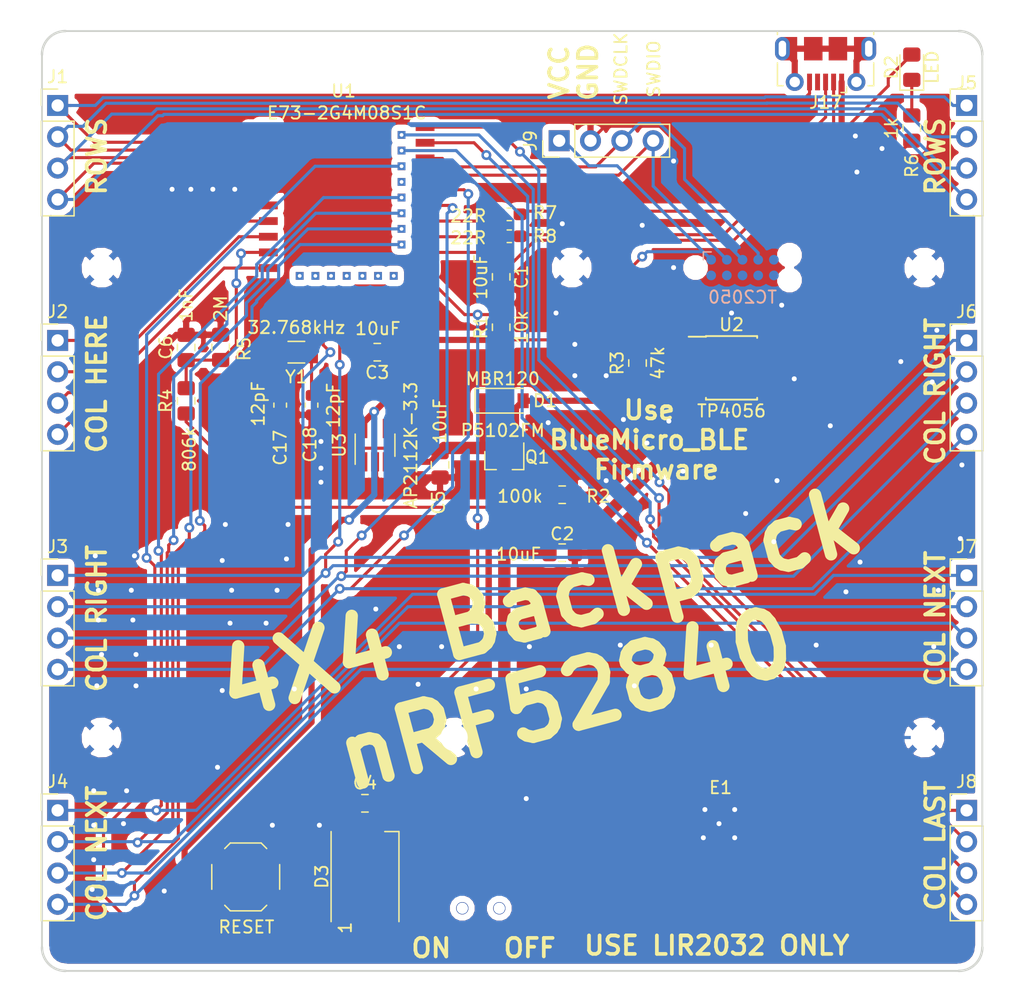
<source format=kicad_pcb>
(kicad_pcb (version 20171130) (host pcbnew "(5.0.0)")
  (layers (0 F.Cu signal) (31 B.Cu signal) (34 B.Paste user) (35 F.Paste user) (36 B.SilkS user) (37 F.SilkS user) (38 B.Mask user) (39 F.Mask user) (44 Edge.Cuts user))
  (net 0 "")
  (net 1 ROW1)
  (net 2 ROW2)
  (net 3 ROW3)
  (net 4 ROW4)
  (net 5 COL4)
  (net 6 COL3)
  (net 7 COL2)
  (net 8 COL1)
  (net 9 COL5)
  (net 10 COL6)
  (net 11 COL7)
  (net 12 COL8)
  (net 13 COL12)
  (net 14 COL11)
  (net 15 COL10)
  (net 16 COL9)
  (net 17 COL16)
  (net 18 COL15)
  (net 19 COL14)
  (net 20 COL13)
  (net 21 GND)
  (net 22 "Net-(C2-Pad1)")
  (net 23 VCC)
  (net 24 RESET)
  (net 25 "Net-(E1-Pad1)")
  (net 26 SWDCLK)
  (net 27 SWDIO)
  (net 28 /P0.31)
  (net 29 /Data+)
  (net 30 /Data-)
  (net 31 VBUS)
  (net 32 "Net-(C5-Pad1)")
  (net 33 "Net-(C17-Pad1)")
  (net 34 "Net-(C18-Pad1)")
  (net 35 "Net-(D2-Pad1)")
  (net 36 "Net-(J17-Pad6)")
  (net 37 "Net-(R3-Pad1)")
  (net 38 "Net-(R6-Pad2)")
  (net 39 "Net-(J17-Pad2)")
  (net 40 "Net-(J17-Pad3)")
  (net 41 /P1.02)
  (module Connector_USB:USB_Micro-B_Molex-105017-0001 (layer F.Cu) (at 139.7 78.867 180)
    (fp_text reference J17 (at 0 -3.1125 180) (layer F.SilkS))
    (fp_text value USB_B_Micro)
    (pad 6 smd rect (at 1 1.2375 180) (size 1.5 1.9) (layers F.Cu F.Paste F.Mask) (net 36 "Net-(J17-Pad6)"))
    (pad 6 thru_hole circle (at -2.5 -1.4625 180) (size 1.45 1.45) (drill 0.85) (layers *.Cu *.Mask) (net 36 "Net-(J17-Pad6)"))
    (pad 2 smd rect (at -0.65 -1.4625 180) (size 0.4 1.35) (layers F.Cu F.Paste F.Mask) (net 39 "Net-(J17-Pad2)"))
    (pad 1 smd rect (at -1.3 -1.4625 180) (size 0.4 1.35) (layers F.Cu F.Paste F.Mask) (net 31 VBUS))
    (pad 5 smd rect (at 1.3 -1.4625 180) (size 0.4 1.35) (layers F.Cu F.Paste F.Mask) (net 21 GND))
    (pad 4 smd rect (at 0.65 -1.4625 180) (size 0.4 1.35) (layers F.Cu F.Paste F.Mask))
    (pad 3 smd rect (at 0 -1.4625 180) (size 0.4 1.35) (layers F.Cu F.Paste F.Mask) (net 40 "Net-(J17-Pad3)"))
    (pad 6 thru_hole circle (at 2.5 -1.4625 180) (size 1.45 1.45) (drill 0.85) (layers *.Cu *.Mask) (net 36 "Net-(J17-Pad6)"))
    (pad 6 smd rect (at -1 1.2375 180) (size 1.5 1.9) (layers F.Cu F.Paste F.Mask) (net 36 "Net-(J17-Pad6)"))
    (pad 6 thru_hole oval (at -3.5 1.2375) (size 1.2 1.9) (drill oval 0.6 1.3) (layers *.Cu *.Mask) (net 36 "Net-(J17-Pad6)"))
    (pad 6 thru_hole oval (at 3.5 1.2375 180) (size 1.2 1.9) (drill oval 0.6 1.3) (layers *.Cu *.Mask) (net 36 "Net-(J17-Pad6)"))
    (pad 6 smd rect (at 2.9 1.2375 180) (size 1.2 1.9) (layers F.Cu F.Mask) (net 36 "Net-(J17-Pad6)"))
    (pad 6 smd rect (at -2.9 1.2375 180) (size 1.2 1.9) (layers F.Cu F.Mask) (net 36 "Net-(J17-Pad6)"))
  )
  (module Connector_PinHeader_2.54mm:PinHeader_1x04_P2.54mm_Vertical (layer F.Cu) (at 77.47 82.2325)
    (fp_text reference J1 (at 0 -2.33) (layer F.SilkS))
    (fp_text value Conn_01x04)
    (pad 1 thru_hole rect (at 0 0) (size 1.7 1.7) (drill 1) (layers *.Cu *.Mask) (net 1 ROW1))
    (pad 2 thru_hole oval (at 0 2.54) (size 1.7 1.7) (drill 1) (layers *.Cu *.Mask) (net 2 ROW2))
    (pad 3 thru_hole oval (at 0 5.08) (size 1.7 1.7) (drill 1) (layers *.Cu *.Mask) (net 3 ROW3))
    (pad 4 thru_hole oval (at 0 7.62) (size 1.7 1.7) (drill 1) (layers *.Cu *.Mask) (net 4 ROW4))
  )
  (module Connector_PinHeader_2.54mm:PinHeader_1x04_P2.54mm_Vertical (layer F.Cu) (at 77.47 101.2825)
    (fp_text reference J2 (at 0 -2.33) (layer F.SilkS))
    (fp_text value Conn_01x04)
    (pad 4 thru_hole oval (at 0 7.62) (size 1.7 1.7) (drill 1) (layers *.Cu *.Mask) (net 5 COL4))
    (pad 3 thru_hole oval (at 0 5.08) (size 1.7 1.7) (drill 1) (layers *.Cu *.Mask) (net 6 COL3))
    (pad 2 thru_hole oval (at 0 2.54) (size 1.7 1.7) (drill 1) (layers *.Cu *.Mask) (net 7 COL2))
    (pad 1 thru_hole rect (at 0 0) (size 1.7 1.7) (drill 1) (layers *.Cu *.Mask) (net 8 COL1))
  )
  (module Connector_PinHeader_2.54mm:PinHeader_1x04_P2.54mm_Vertical (layer F.Cu) (at 77.47 120.3325)
    (fp_text reference J3 (at 0 -2.33) (layer F.SilkS))
    (fp_text value Conn_01x04)
    (pad 1 thru_hole rect (at 0 0) (size 1.7 1.7) (drill 1) (layers *.Cu *.Mask) (net 9 COL5))
    (pad 2 thru_hole oval (at 0 2.54) (size 1.7 1.7) (drill 1) (layers *.Cu *.Mask) (net 10 COL6))
    (pad 3 thru_hole oval (at 0 5.08) (size 1.7 1.7) (drill 1) (layers *.Cu *.Mask) (net 11 COL7))
    (pad 4 thru_hole oval (at 0 7.62) (size 1.7 1.7) (drill 1) (layers *.Cu *.Mask) (net 12 COL8))
  )
  (module Connector_PinHeader_2.54mm:PinHeader_1x04_P2.54mm_Vertical (layer F.Cu) (at 77.47 139.3825)
    (fp_text reference J4 (at 0 -2.33) (layer F.SilkS))
    (fp_text value Conn_01x04)
    (pad 4 thru_hole oval (at 0 7.62) (size 1.7 1.7) (drill 1) (layers *.Cu *.Mask) (net 13 COL12))
    (pad 3 thru_hole oval (at 0 5.08) (size 1.7 1.7) (drill 1) (layers *.Cu *.Mask) (net 14 COL11))
    (pad 2 thru_hole oval (at 0 2.54) (size 1.7 1.7) (drill 1) (layers *.Cu *.Mask) (net 15 COL10))
    (pad 1 thru_hole rect (at 0 0) (size 1.7 1.7) (drill 1) (layers *.Cu *.Mask) (net 16 COL9))
  )
  (module Connector_PinHeader_2.54mm:PinHeader_1x04_P2.54mm_Vertical (layer F.Cu) (at 151.13 82.2325)
    (fp_text reference J5 (at 0 -1.825001) (layer F.SilkS))
    (fp_text value Conn_01x04)
    (pad 1 thru_hole rect (at 0 0) (size 1.7 1.7) (drill 1) (layers *.Cu *.Mask) (net 1 ROW1))
    (pad 2 thru_hole oval (at 0 2.54) (size 1.7 1.7) (drill 1) (layers *.Cu *.Mask) (net 2 ROW2))
    (pad 3 thru_hole oval (at 0 5.08) (size 1.7 1.7) (drill 1) (layers *.Cu *.Mask) (net 3 ROW3))
    (pad 4 thru_hole oval (at 0 7.62) (size 1.7 1.7) (drill 1) (layers *.Cu *.Mask) (net 4 ROW4))
  )
  (module Connector_PinHeader_2.54mm:PinHeader_1x04_P2.54mm_Vertical (layer F.Cu) (at 151.13 101.2825)
    (fp_text reference J6 (at 0 -2.33) (layer F.SilkS))
    (fp_text value Conn_01x04)
    (pad 4 thru_hole oval (at 0 7.62) (size 1.7 1.7) (drill 1) (layers *.Cu *.Mask) (net 12 COL8))
    (pad 3 thru_hole oval (at 0 5.08) (size 1.7 1.7) (drill 1) (layers *.Cu *.Mask) (net 11 COL7))
    (pad 2 thru_hole oval (at 0 2.54) (size 1.7 1.7) (drill 1) (layers *.Cu *.Mask) (net 10 COL6))
    (pad 1 thru_hole rect (at 0 0) (size 1.7 1.7) (drill 1) (layers *.Cu *.Mask) (net 9 COL5))
  )
  (module Connector_PinHeader_2.54mm:PinHeader_1x04_P2.54mm_Vertical (layer F.Cu) (at 151.13 120.3325)
    (fp_text reference J7 (at 0 -2.33) (layer F.SilkS))
    (fp_text value Conn_01x04)
    (pad 1 thru_hole rect (at 0 0) (size 1.7 1.7) (drill 1) (layers *.Cu *.Mask) (net 16 COL9))
    (pad 2 thru_hole oval (at 0 2.54) (size 1.7 1.7) (drill 1) (layers *.Cu *.Mask) (net 15 COL10))
    (pad 3 thru_hole oval (at 0 5.08) (size 1.7 1.7) (drill 1) (layers *.Cu *.Mask) (net 14 COL11))
    (pad 4 thru_hole oval (at 0 7.62) (size 1.7 1.7) (drill 1) (layers *.Cu *.Mask) (net 13 COL12))
  )
  (module Connector_PinHeader_2.54mm:PinHeader_1x04_P2.54mm_Vertical (layer F.Cu) (at 151.13 139.3825)
    (fp_text reference J8 (at 0 -2.33) (layer F.SilkS))
    (fp_text value Conn_01x04)
    (pad 4 thru_hole oval (at 0 7.62) (size 1.7 1.7) (drill 1) (layers *.Cu *.Mask) (net 17 COL16))
    (pad 3 thru_hole oval (at 0 5.08) (size 1.7 1.7) (drill 1) (layers *.Cu *.Mask) (net 18 COL15))
    (pad 2 thru_hole oval (at 0 2.54) (size 1.7 1.7) (drill 1) (layers *.Cu *.Mask) (net 19 COL14))
    (pad 1 thru_hole rect (at 0 0) (size 1.7 1.7) (drill 1) (layers *.Cu *.Mask) (net 20 COL13))
  )
  (module Capacitor_SMD:C_0805_2012Metric_Pad1.15x1.40mm_HandSolder (layer F.Cu) (at 113.411 96.13 270)
    (fp_text reference C1 (at 0 -1.65 270) (layer F.SilkS))
    (fp_text value 10uF (at 0 1.65 270) (layer F.SilkS))
    (pad 2 smd roundrect (at 1.025 0 270) (size 1.15 1.4) (layers F.Cu F.Paste F.Mask) (roundrect_rratio 0.217391) (net 21 GND))
    (pad 1 smd roundrect (at -1.025 0 270) (size 1.15 1.4) (layers F.Cu F.Paste F.Mask) (roundrect_rratio 0.217391) (net 31 VBUS))
  )
  (module Capacitor_SMD:C_0805_2012Metric_Pad1.15x1.40mm_HandSolder (layer F.Cu) (at 118.355 118.491)
    (fp_text reference C2 (at 0.009 -1.524) (layer F.SilkS))
    (fp_text value 10uF (at -3.547 0.127) (layer F.SilkS))
    (pad 1 smd roundrect (at -1.025 0) (size 1.15 1.4) (layers F.Cu F.Paste F.Mask) (roundrect_rratio 0.217391) (net 22 "Net-(C2-Pad1)"))
    (pad 2 smd roundrect (at 1.025 0) (size 1.15 1.4) (layers F.Cu F.Paste F.Mask) (roundrect_rratio 0.217391) (net 21 GND))
  )
  (module Capacitor_SMD:C_0805_2012Metric_Pad1.15x1.40mm_HandSolder (layer F.Cu) (at 103.36901 102.235 180)
    (fp_text reference C3 (at 0 -1.65 180) (layer F.SilkS))
    (fp_text value 10uF (at -0.0508 1.905 180) (layer F.SilkS))
    (pad 1 smd roundrect (at -1.025 0 180) (size 1.15 1.4) (layers F.Cu F.Paste F.Mask) (roundrect_rratio 0.217391) (net 23 VCC))
    (pad 2 smd roundrect (at 1.025 0 180) (size 1.15 1.4) (layers F.Cu F.Paste F.Mask) (roundrect_rratio 0.217391) (net 21 GND))
  )
  (module Package_TO_SOT_SMD:SOT-23 (layer F.Cu) (at 113.665 110.998 270)
    (fp_text reference Q1 (at -0.254 -2.667) (layer F.SilkS))
    (fp_text value P5102FM (at -2.413 0.127) (layer F.SilkS))
    (pad 1 smd rect (at -1 -0.95 270) (size 0.9 0.8) (layers F.Cu F.Paste F.Mask) (net 31 VBUS))
    (pad 2 smd rect (at -1 0.95 270) (size 0.9 0.8) (layers F.Cu F.Paste F.Mask) (net 32 "Net-(C5-Pad1)"))
    (pad 3 smd rect (at 1 0 270) (size 0.9 0.8) (layers F.Cu F.Paste F.Mask) (net 22 "Net-(C2-Pad1)"))
  )
  (module E73:C70373_CR2032 (layer F.Cu) (at 137.16 135.89)
    (fp_text reference E1 (at -5.969 1.651) (layer F.SilkS))
    (fp_text value "LR2032 - 4.2V")
    (pad 1 smd rect (at 6.35 4.572) (size 3.25 3.25) (layers F.Cu F.Paste F.Mask) (net 25 "Net-(E1-Pad1)"))
    (pad 1 smd rect (at -18.542 4.572) (size 3.25 3.25) (layers F.Cu F.Paste F.Mask) (net 25 "Net-(E1-Pad1)"))
    (pad 2 smd rect (at -6.096 4.572) (size 3.25 3.25) (layers F.Cu F.Paste F.Mask) (net 21 GND))
  )
  (module Connector_PinHeader_2.54mm:PinHeader_1x04_P2.54mm_Vertical (layer F.Cu) (at 118.11 85.09 90)
    (fp_text reference J9 (at 0 -2.33 90) (layer F.SilkS))
    (fp_text value Conn_01x04)
    (pad 1 thru_hole rect (at 0 0 90) (size 1.7 1.7) (drill 1) (layers *.Cu *.Mask) (net 23 VCC))
    (pad 2 thru_hole oval (at 0 2.54 90) (size 1.7 1.7) (drill 1) (layers *.Cu *.Mask) (net 21 GND))
    (pad 3 thru_hole oval (at 0 5.08 90) (size 1.7 1.7) (drill 1) (layers *.Cu *.Mask) (net 26 SWDCLK))
    (pad 4 thru_hole oval (at 0 7.62 90) (size 1.7 1.7) (drill 1) (layers *.Cu *.Mask) (net 27 SWDIO))
  )
  (module MountingHole:MountingHole_2.2mm_M2_ISO7380 (layer F.Cu) (at 81.026 133.477)
    (fp_text reference J11 hide)
    (fp_text value Conn_01x01)
    (pad 1 np_thru_hole circle (at 0 0) (size 2.2 2.2) (drill 2.2) (layers *.Cu *.Mask) (net 21 GND))
  )
  (module MountingHole:MountingHole_2.2mm_M2_ISO7380 (layer F.Cu) (at 147.701 95.377)
    (fp_text reference J12 hide)
    (fp_text value Conn_01x01)
    (pad 1 np_thru_hole circle (at 0 0) (size 2.2 2.2) (drill 2.2) (layers *.Cu *.Mask) (net 21 GND))
  )
  (module MountingHole:MountingHole_2.2mm_M2_ISO7380 (layer F.Cu) (at 147.701 133.477)
    (fp_text reference J13 hide)
    (fp_text value Conn_01x01)
    (pad 1 np_thru_hole circle (at 0 0) (size 2.2 2.2) (drill 2.2) (layers *.Cu *.Mask) (net 21 GND))
  )
  (module MountingHole:MountingHole_2.2mm_M2_ISO7380 (layer F.Cu) (at 109.601 133.477)
    (fp_text reference J14 hide)
    (fp_text value Conn_01x01)
    (pad 1 np_thru_hole circle (at 0 0) (size 2.2 2.2) (drill 2.2) (layers *.Cu *.Mask) (net 21 GND))
  )
  (module MountingHole:MountingHole_2.2mm_M2_ISO7380 (layer F.Cu) (at 119.126 95.377)
    (fp_text reference J15 hide)
    (fp_text value Conn_01x01)
    (pad 1 np_thru_hole circle (at 0 0) (size 2.2 2.2) (drill 2.2) (layers *.Cu *.Mask) (net 21 GND))
  )
  (module MountingHole:MountingHole_2.2mm_M2_ISO7380 (layer F.Cu) (at 81.026 95.377)
    (fp_text reference J16 hide)
    (fp_text value Conn_01x01)
    (pad 1 np_thru_hole circle (at 0 0) (size 2.2 2.2) (drill 2.2) (layers *.Cu *.Mask) (net 21 GND))
  )
  (module E73:SPDT_C128955 (layer F.Cu) (at 111.76 147.32 180)
    (fp_text reference SW1 hide)
    (fp_text value SW_SPDT)
    (pad "" np_thru_hole circle (at 1.5 0 180) (size 1 1) (drill 0.9) (layers *.Cu *.Mask))
    (pad "" np_thru_hole circle (at -1.5 0 180) (size 1 1) (drill 0.9) (layers *.Cu *.Mask))
    (pad 2 smd rect (at -0.75 2.075 180) (size 0.9 1.25) (layers F.Cu F.Paste F.Mask) (net 25 "Net-(E1-Pad1)"))
    (pad 3 smd rect (at -2.25 2.075 180) (size 0.9 1.25) (layers F.Cu F.Paste F.Mask))
    (pad 1 smd rect (at 2.25 2.075 180) (size 0.9 1.25) (layers F.Cu F.Paste F.Mask) (net 22 "Net-(C2-Pad1)"))
    (pad 0 smd rect (at 3.7 -1.1 180) (size 0.9 0.9) (layers F.Cu F.Paste F.Mask))
    (pad 0 smd rect (at 3.7 1.1 180) (size 0.9 0.9) (layers F.Cu F.Paste F.Mask))
    (pad 0 smd rect (at -3.7 1.1 180) (size 0.9 0.9) (layers F.Cu F.Paste F.Mask))
    (pad 0 smd rect (at -3.7 -1.1 180) (size 0.9 0.9) (layers F.Cu F.Paste F.Mask))
  )
  (module E73:SW_TACT_ALPS_SKQGABE010 (layer F.Cu) (at 92.71 144.78 180)
    (fp_text reference SW2 hide)
    (fp_text value RESET (at -0.0508 -4.064 180) (layer F.SilkS))
    (pad 1 smd rect (at -3.1 -1.85 180) (size 1.8 1.1) (layers F.Cu F.Paste F.Mask) (net 21 GND))
    (pad 1 smd rect (at 3.1 -1.85 180) (size 1.8 1.1) (layers F.Cu F.Paste F.Mask) (net 21 GND))
    (pad 2 smd rect (at -3.1 1.85 180) (size 1.8 1.1) (layers F.Cu F.Paste F.Mask) (net 24 RESET))
    (pad 2 smd rect (at 3.1 1.85 180) (size 1.8 1.1) (layers F.Cu F.Paste F.Mask) (net 24 RESET))
  )
  (module Capacitor_SMD:C_0805_2012Metric_Pad1.15x1.40mm_HandSolder (layer F.Cu) (at 108.458 111.37 270)
    (fp_text reference C5 (at 3.057 0.127 270) (layer F.SilkS))
    (fp_text value 10uF (at -3.547 0 270) (layer F.SilkS))
    (pad 2 smd roundrect (at 1.025 0 270) (size 1.15 1.4) (layers F.Cu F.Paste F.Mask) (roundrect_rratio 0.217391) (net 21 GND))
    (pad 1 smd roundrect (at -1.025 0 270) (size 1.15 1.4) (layers F.Cu F.Paste F.Mask) (roundrect_rratio 0.217391) (net 32 "Net-(C5-Pad1)"))
  )
  (module Capacitor_SMD:C_0805_2012Metric_Pad1.15x1.40mm_HandSolder (layer F.Cu) (at 87.884 101.854 90)
    (fp_text reference C6 (at 0 -1.65 90) (layer F.SilkS))
    (fp_text value 1nF (at 3.429 0 90) (layer F.SilkS))
    (pad 1 smd roundrect (at -1.025 0 90) (size 1.15 1.4) (layers F.Cu F.Paste F.Mask) (roundrect_rratio 0.217391) (net 28 /P0.31))
    (pad 2 smd roundrect (at 1.025 0 90) (size 1.15 1.4) (layers F.Cu F.Paste F.Mask) (roundrect_rratio 0.217391) (net 21 GND))
  )
  (module Capacitor_SMD:C_0603_1608Metric (layer F.Cu) (at 95.504 106.527499 270)
    (fp_text reference C17 (at 3.454501 0 270) (layer F.SilkS))
    (fp_text value 12pF (at -0.101499 1.778 270) (layer F.SilkS))
    (pad 2 smd roundrect (at 0.7875 0 270) (size 0.875 0.95) (layers F.Cu F.Paste F.Mask) (net 21 GND))
    (pad 1 smd roundrect (at -0.7875 0 270) (size 0.875 0.95) (layers F.Cu F.Paste F.Mask) (net 33 "Net-(C17-Pad1)"))
  )
  (module Capacitor_SMD:C_0603_1608Metric (layer F.Cu) (at 98.044 106.527496 270)
    (fp_text reference C18 (at 3.200504 0.127 270) (layer F.SilkS))
    (fp_text value 12pF (at 0.025504 -1.778 270) (layer F.SilkS))
    (pad 1 smd roundrect (at -0.7875 0 270) (size 0.875 0.95) (layers F.Cu F.Paste F.Mask) (net 34 "Net-(C18-Pad1)"))
    (pad 2 smd roundrect (at 0.7875 0 270) (size 0.875 0.95) (layers F.Cu F.Paste F.Mask) (net 21 GND))
  )
  (module Diode_SMD:D_SOD-123 (layer F.Cu) (at 113.538 106.172)
    (fp_text reference D1 (at 3.429 0) (layer F.SilkS))
    (fp_text value MBR120 (at 0 -1.778) (layer F.SilkS))
    (pad 1 smd rect (at -1.65 0) (size 0.9 1.2) (layers F.Cu F.Paste F.Mask) (net 32 "Net-(C5-Pad1)"))
    (pad 2 smd rect (at 1.65 0) (size 0.9 1.2) (layers F.Cu F.Paste F.Mask) (net 31 VBUS))
  )
  (module LED_SMD:LED_0805_2012Metric_Pad1.15x1.40mm_HandSolder (layer F.Cu) (at 146.685 79.129987 90)
    (fp_text reference D2 (at 0 -1.65 90) (layer F.SilkS))
    (fp_text value LED (at 0 1.65 90) (layer F.SilkS))
    (pad 1 smd roundrect (at -1.025 0 90) (size 1.15 1.4) (layers F.Cu F.Paste F.Mask) (roundrect_rratio 0.217391) (net 35 "Net-(D2-Pad1)"))
    (pad 2 smd roundrect (at 1.025 0 90) (size 1.15 1.4) (layers F.Cu F.Paste F.Mask) (roundrect_rratio 0.217391) (net 31 VBUS))
  )
  (module Connector:Tag-Connect_TC2050-IDC-NL_2x05_P1.27mm_Vertical (layer B.Cu) (at 132.969 95.377)
    (fp_text reference J10 hide)
    (fp_text value TC2050 (at 0 2.4) (layer B.SilkS) (effects (justify mirror)))
    (pad "" np_thru_hole circle (at 3.81 1.016) (size 0.9906 0.9906) (drill 0.9906) (layers *.Cu *.Mask))
    (pad "" np_thru_hole circle (at 3.81 -1.016) (size 0.9906 0.9906) (drill 0.9906) (layers *.Cu *.Mask))
    (pad "" np_thru_hole circle (at -3.81 0) (size 0.9906 0.9906) (drill 0.9906) (layers *.Cu *.Mask))
    (pad 1 connect circle (at -2.54 -0.635) (size 0.7874 0.7874) (layers B.Cu B.Mask) (net 23 VCC))
    (pad 2 connect circle (at -1.27 -0.635) (size 0.7874 0.7874) (layers B.Cu B.Mask) (net 27 SWDIO))
    (pad 3 connect circle (at 0 -0.635) (size 0.7874 0.7874) (layers B.Cu B.Mask) (net 21 GND))
    (pad 4 connect circle (at 1.27 -0.635) (size 0.7874 0.7874) (layers B.Cu B.Mask) (net 26 SWDCLK))
    (pad 5 connect circle (at 2.54 -0.635) (size 0.7874 0.7874) (layers B.Cu B.Mask))
    (pad 6 connect circle (at 2.54 0.635) (size 0.7874 0.7874) (layers B.Cu B.Mask))
    (pad 7 connect circle (at 1.27 0.635) (size 0.7874 0.7874) (layers B.Cu B.Mask))
    (pad 8 connect circle (at 0 0.635) (size 0.7874 0.7874) (layers B.Cu B.Mask))
    (pad 9 connect circle (at -1.27 0.635) (size 0.7874 0.7874) (layers B.Cu B.Mask))
    (pad 10 connect circle (at -2.54 0.635) (size 0.7874 0.7874) (layers B.Cu B.Mask))
  )
  (module Resistor_SMD:R_0805_2012Metric_Pad1.15x1.40mm_HandSolder (layer F.Cu) (at 113.411 100.211999 90)
    (fp_text reference R1 (at 0 -1.65 90) (layer F.SilkS))
    (fp_text value 10k (at 0 1.65 90) (layer F.SilkS))
    (pad 2 smd roundrect (at 1.025 0 90) (size 1.15 1.4) (layers F.Cu F.Paste F.Mask) (roundrect_rratio 0.217391) (net 24 RESET))
    (pad 1 smd roundrect (at -1.025 0 90) (size 1.15 1.4) (layers F.Cu F.Paste F.Mask) (roundrect_rratio 0.217391) (net 23 VCC))
  )
  (module Resistor_SMD:R_0805_2012Metric_Pad1.15x1.40mm_HandSolder (layer F.Cu) (at 118.355 113.792)
    (fp_text reference R2 (at 2.93 0.127) (layer F.SilkS))
    (fp_text value 100k (at -3.42 0.127) (layer F.SilkS))
    (pad 1 smd roundrect (at -1.025 0) (size 1.15 1.4) (layers F.Cu F.Paste F.Mask) (roundrect_rratio 0.217391) (net 31 VBUS))
    (pad 2 smd roundrect (at 1.025 0) (size 1.15 1.4) (layers F.Cu F.Paste F.Mask) (roundrect_rratio 0.217391) (net 21 GND))
  )
  (module Resistor_SMD:R_0805_2012Metric_Pad1.15x1.40mm_HandSolder (layer F.Cu) (at 124.46 103.115 90)
    (fp_text reference R3 (at 0 -1.65 90) (layer F.SilkS))
    (fp_text value 47k (at 0 1.65 90) (layer F.SilkS))
    (pad 1 smd roundrect (at -1.025 0 90) (size 1.15 1.4) (layers F.Cu F.Paste F.Mask) (roundrect_rratio 0.217391) (net 37 "Net-(R3-Pad1)"))
    (pad 2 smd roundrect (at 1.025 0 90) (size 1.15 1.4) (layers F.Cu F.Paste F.Mask) (roundrect_rratio 0.217391) (net 21 GND))
  )
  (module Resistor_SMD:R_0805_2012Metric_Pad1.15x1.40mm_HandSolder (layer F.Cu) (at 87.884 106.180999 90)
    (fp_text reference R4 (at 0 -1.65 90) (layer F.SilkS))
    (fp_text value 806k (at -3.928001 0.254 90) (layer F.SilkS))
    (pad 2 smd roundrect (at 1.025 0 90) (size 1.15 1.4) (layers F.Cu F.Paste F.Mask) (roundrect_rratio 0.217391) (net 28 /P0.31))
    (pad 1 smd roundrect (at -1.025 0 90) (size 1.15 1.4) (layers F.Cu F.Paste F.Mask) (roundrect_rratio 0.217391) (net 22 "Net-(C2-Pad1)"))
  )
  (module Resistor_SMD:R_0805_2012Metric_Pad1.15x1.40mm_HandSolder (layer F.Cu) (at 90.678 101.845 90)
    (fp_text reference R5 (at -0.136 1.905 90) (layer F.SilkS))
    (fp_text value 2M (at 3.166 0 90) (layer F.SilkS))
    (pad 2 smd roundrect (at 1.025 0 90) (size 1.15 1.4) (layers F.Cu F.Paste F.Mask) (roundrect_rratio 0.217391) (net 21 GND))
    (pad 1 smd roundrect (at -1.025 0 90) (size 1.15 1.4) (layers F.Cu F.Paste F.Mask) (roundrect_rratio 0.217391) (net 28 /P0.31))
  )
  (module Resistor_SMD:R_0805_2012Metric_Pad1.15x1.40mm_HandSolder (layer F.Cu) (at 146.685 84.065001 270)
    (fp_text reference R6 (at 3.056999 0 90) (layer F.SilkS))
    (fp_text value 1k (at 0 1.65 270) (layer F.SilkS))
    (pad 1 smd roundrect (at -1.025 0 270) (size 1.15 1.4) (layers F.Cu F.Paste F.Mask) (roundrect_rratio 0.217391) (net 35 "Net-(D2-Pad1)"))
    (pad 2 smd roundrect (at 1.025 0 270) (size 1.15 1.4) (layers F.Cu F.Paste F.Mask) (roundrect_rratio 0.217391) (net 38 "Net-(R6-Pad2)"))
  )
  (module E73:2G4M08S1C (layer F.Cu) (at 100.894 80.175 180)
    (fp_text reference U1 (at 0.254 -0.889 180) (layer F.SilkS))
    (fp_text value E73-2G4M08S1C (at 0 -2.667 180) (layer F.SilkS))
    (pad 42 thru_hole rect (at -4.445 -4.445 180) (size 0.635 0.635) (drill 0.3048) (layers *.Cu *.Mask) (net 19 COL14))
    (pad 40 thru_hole rect (at -4.445 -5.715 180) (size 0.635 0.635) (drill 0.3048) (layers *.Cu *.Mask) (net 17 COL16))
    (pad 38 thru_hole rect (at -4.445 -6.985 180) (size 0.635 0.635) (drill 0.3048) (layers *.Cu *.Mask) (net 41 /P1.02))
    (pad 36 thru_hole rect (at -4.445 -8.255 180) (size 0.635 0.635) (drill 0.3048) (layers *.Cu *.Mask))
    (pad 34 thru_hole rect (at -4.445 -9.525 180) (size 0.635 0.635) (drill 0.3048) (layers *.Cu *.Mask) (net 16 COL9))
    (pad 32 thru_hole rect (at -4.445 -10.795 180) (size 0.635 0.635) (drill 0.3048) (layers *.Cu *.Mask) (net 15 COL10))
    (pad 30 thru_hole rect (at -4.445 -12.065 180) (size 0.635 0.635) (drill 0.3048) (layers *.Cu *.Mask) (net 14 COL11))
    (pad 28 thru_hole rect (at -4.445 -13.335 180) (size 0.635 0.635) (drill 0.3048) (layers *.Cu *.Mask) (net 13 COL12))
    (pad 12 thru_hole rect (at 3.81 -15.875 90) (size 0.635 0.635) (drill 0.3048) (layers *.Cu *.Mask))
    (pad 14 thru_hole rect (at 2.54 -15.875 90) (size 0.635 0.635) (drill 0.3048) (layers *.Cu *.Mask))
    (pad 16 thru_hole rect (at 1.27 -15.875 90) (size 0.635 0.635) (drill 0.3048) (layers *.Cu *.Mask))
    (pad 24 thru_hole rect (at -3.81 -15.875 90) (size 0.635 0.635) (drill 0.3048) (layers *.Cu *.Mask))
    (pad 22 thru_hole rect (at -2.54 -15.875 90) (size 0.635 0.635) (drill 0.3048) (layers *.Cu *.Mask))
    (pad 20 thru_hole rect (at -1.27 -15.875 90) (size 0.635 0.635) (drill 0.3048) (layers *.Cu *.Mask))
    (pad 18 thru_hole rect (at 0 -15.875 90) (size 0.635 0.635) (drill 0.3048) (layers *.Cu *.Mask))
    (pad 43 smd rect (at -6.35 -3.81 180) (size 1.524 0.635) (layers F.Cu F.Paste F.Mask) (net 20 COL13))
    (pad 41 smd rect (at -6.35 -5.08 180) (size 1.524 0.635) (layers F.Cu F.Paste F.Mask) (net 18 COL15))
    (pad 39 smd rect (at -6.35 -6.35 180) (size 1.524 0.635) (layers F.Cu F.Paste F.Mask) (net 26 SWDCLK))
    (pad 37 smd rect (at -6.35 -7.62 180) (size 1.524 0.635) (layers F.Cu F.Paste F.Mask) (net 27 SWDIO))
    (pad 35 smd rect (at -6.35 -8.89 180) (size 1.524 0.635) (layers F.Cu F.Paste F.Mask) (net 12 COL8))
    (pad 33 smd rect (at -6.35 -10.16 180) (size 1.524 0.635) (layers F.Cu F.Paste F.Mask) (net 11 COL7))
    (pad 31 smd rect (at -6.35 -11.43 180) (size 1.524 0.635) (layers F.Cu F.Paste F.Mask) (net 29 /Data+))
    (pad 29 smd rect (at -6.35 -12.7 180) (size 1.524 0.635) (layers F.Cu F.Paste F.Mask) (net 30 /Data-))
    (pad 27 smd rect (at -6.35 -13.97 180) (size 1.524 0.635) (layers F.Cu F.Paste F.Mask) (net 31 VBUS))
    (pad 26 smd rect (at -6.35 -15.24 180) (size 1.524 0.635) (layers F.Cu F.Paste F.Mask) (net 24 RESET))
    (pad 25 smd rect (at -4.445 -17.78 270) (size 1.524 0.635) (layers F.Cu F.Paste F.Mask))
    (pad 23 smd rect (at -3.175 -17.78 270) (size 1.524 0.635) (layers F.Cu F.Paste F.Mask) (net 23 VCC))
    (pad 21 smd rect (at -1.905 -17.78 270) (size 1.524 0.635) (layers F.Cu F.Paste F.Mask) (net 21 GND))
    (pad 19 smd rect (at -0.635 -17.78 270) (size 1.524 0.635) (layers F.Cu F.Paste F.Mask) (net 23 VCC))
    (pad 17 smd rect (at 0.635 -17.78 270) (size 1.524 0.635) (layers F.Cu F.Paste F.Mask) (net 10 COL6))
    (pad 15 smd rect (at 1.905 -17.78 270) (size 1.524 0.635) (layers F.Cu F.Paste F.Mask) (net 9 COL5))
    (pad 13 smd rect (at 3.175 -17.78 270) (size 1.524 0.635) (layers F.Cu F.Paste F.Mask) (net 34 "Net-(C18-Pad1)"))
    (pad 11 smd rect (at 4.445 -17.78 270) (size 1.524 0.635) (layers F.Cu F.Paste F.Mask) (net 33 "Net-(C17-Pad1)"))
    (pad 10 smd rect (at 6.35 -15.24 180) (size 1.524 0.635) (layers F.Cu F.Paste F.Mask) (net 5 COL4))
    (pad 9 smd rect (at 6.35 -13.97) (size 1.524 0.635) (layers F.Cu F.Paste F.Mask) (net 28 /P0.31))
    (pad 8 smd rect (at 6.35 -12.7 180) (size 1.524 0.635) (layers F.Cu F.Paste F.Mask) (net 6 COL3))
    (pad 7 smd rect (at 6.35 -11.43 180) (size 1.524 0.635) (layers F.Cu F.Paste F.Mask) (net 7 COL2))
    (pad 6 smd rect (at 6.35 -10.16 180) (size 1.524 0.635) (layers F.Cu F.Paste F.Mask) (net 8 COL1))
    (pad 5 smd rect (at 6.35 -8.89 180) (size 1.524 0.635) (layers F.Cu F.Paste F.Mask) (net 21 GND))
    (pad 4 smd rect (at 6.35 -7.62 180) (size 1.524 0.635) (layers F.Cu F.Paste F.Mask) (net 4 ROW4))
    (pad 3 smd rect (at 6.35 -6.35 180) (size 1.524 0.635) (layers F.Cu F.Paste F.Mask) (net 3 ROW3))
    (pad 2 smd rect (at 6.35 -5.08 180) (size 1.524 0.635) (layers F.Cu F.Paste F.Mask) (net 2 ROW2))
    (pad 1 smd rect (at 6.35 -3.81 180) (size 1.524 0.635) (layers F.Cu F.Paste F.Mask) (net 1 ROW1))
  )
  (module Package_SO:SOIC-8_3.9x4.9mm_P1.27mm (layer F.Cu) (at 132.08 103.505)
    (fp_text reference U2 (at 0 -3.5) (layer F.SilkS))
    (fp_text value TP4056 (at 0 3.5) (layer F.SilkS))
    (pad 1 smd rect (at -2.7 -1.905) (size 1.55 0.6) (layers F.Cu F.Paste F.Mask) (net 21 GND))
    (pad 2 smd rect (at -2.7 -0.635) (size 1.55 0.6) (layers F.Cu F.Paste F.Mask) (net 37 "Net-(R3-Pad1)"))
    (pad 3 smd rect (at -2.7 0.635) (size 1.55 0.6) (layers F.Cu F.Paste F.Mask) (net 21 GND))
    (pad 4 smd rect (at -2.7 1.905) (size 1.55 0.6) (layers F.Cu F.Paste F.Mask) (net 31 VBUS))
    (pad 5 smd rect (at 2.7 1.905) (size 1.55 0.6) (layers F.Cu F.Paste F.Mask) (net 22 "Net-(C2-Pad1)"))
    (pad 6 smd rect (at 2.7 0.635) (size 1.55 0.6) (layers F.Cu F.Paste F.Mask) (net 21 GND))
    (pad 7 smd rect (at 2.7 -0.635) (size 1.55 0.6) (layers F.Cu F.Paste F.Mask) (net 38 "Net-(R6-Pad2)"))
    (pad 8 smd rect (at 2.7 -1.905) (size 1.55 0.6) (layers F.Cu F.Paste F.Mask) (net 31 VBUS))
  )
  (module Package_TO_SOT_SMD:SOT-23-5_HandSoldering (layer F.Cu) (at 103.19 109.775 90)
    (fp_text reference U3 (at 0 -2.9 90) (layer F.SilkS))
    (fp_text value AP2112K-3.3 (at 0 2.9 90) (layer F.SilkS))
    (pad 1 smd rect (at -1.35 -0.95 90) (size 1.56 0.65) (layers F.Cu F.Paste F.Mask) (net 32 "Net-(C5-Pad1)"))
    (pad 2 smd rect (at -1.35 0 90) (size 1.56 0.65) (layers F.Cu F.Paste F.Mask) (net 21 GND))
    (pad 3 smd rect (at -1.35 0.95 90) (size 1.56 0.65) (layers F.Cu F.Paste F.Mask) (net 32 "Net-(C5-Pad1)"))
    (pad 4 smd rect (at 1.35 0.95 90) (size 1.56 0.65) (layers F.Cu F.Paste F.Mask))
    (pad 5 smd rect (at 1.35 -0.95 90) (size 1.56 0.65) (layers F.Cu F.Paste F.Mask) (net 23 VCC))
  )
  (module Crystal:Crystal_SMD_3215-2Pin_3.2x1.5mm (layer F.Cu) (at 96.814001 102.235 180)
    (fp_text reference Y1 (at 0 -2 180) (layer F.SilkS))
    (fp_text value 32.768kHz (at 0 2 180) (layer F.SilkS))
    (pad 1 smd rect (at 1.25 0 180) (size 1 1.8) (layers F.Cu F.Paste F.Mask) (net 33 "Net-(C17-Pad1)"))
    (pad 2 smd rect (at -1.25 0 180) (size 1 1.8) (layers F.Cu F.Paste F.Mask) (net 34 "Net-(C18-Pad1)"))
  )
  (module Resistor_SMD:R_0603_1608Metric_Pad1.05x0.95mm_HandSolder (layer F.Cu) (at 114.070001 91.059)
    (fp_text reference R7 (at 2.896999 -0.127) (layer F.SilkS))
    (fp_text value 22R (at -3.326001 0.127) (layer F.SilkS))
    (pad 1 smd roundrect (at -0.875 0) (size 1.05 0.95) (layers F.Cu F.Paste F.Mask) (net 29 /Data+))
    (pad 2 smd roundrect (at 0.875 0) (size 1.05 0.95) (layers F.Cu F.Paste F.Mask) (net 40 "Net-(J17-Pad3)"))
  )
  (module Resistor_SMD:R_0603_1608Metric_Pad1.05x0.95mm_HandSolder (layer F.Cu) (at 114.070001 92.837)
    (fp_text reference R8 (at 2.896999 0) (layer F.SilkS))
    (fp_text value 22R (at -3.326001 0.127) (layer F.SilkS))
    (pad 2 smd roundrect (at 0.875 0) (size 1.05 0.95) (layers F.Cu F.Paste F.Mask) (net 39 "Net-(J17-Pad2)"))
    (pad 1 smd roundrect (at -0.875 0) (size 1.05 0.95) (layers F.Cu F.Paste F.Mask) (net 30 /Data-))
  )
  (module Capacitor_SMD:C_0805_2012Metric_Pad1.15x1.40mm_HandSolder (layer F.Cu) (at 102.370998 138.811)
    (fp_text reference C4 (at 0 -1.65) (layer F.SilkS))
    (fp_text value 100nF)
    (pad 1 smd roundrect (at -1.025 0) (size 1.15 1.4) (layers F.Cu F.Paste F.Mask) (roundrect_rratio 0.217391) (net 23 VCC))
    (pad 2 smd roundrect (at 1.025 0) (size 1.15 1.4) (layers F.Cu F.Paste F.Mask) (roundrect_rratio 0.217391) (net 21 GND))
  )
  (module LED_SMD:LED_WS2812B_PLCC4_5.0x5.0mm_P3.2mm (layer F.Cu) (at 102.378001 144.752999 90)
    (fp_text reference D3 (at 0 -3.5 90) (layer F.SilkS))
    (fp_text value WS2812B)
    (fp_text user 1 (at -4.15 -1.6 90) (layer F.SilkS))
    (pad 3 smd rect (at 2.45 1.6 90) (size 1.5 1) (layers F.Cu F.Paste F.Mask) (net 21 GND))
    (pad 4 smd rect (at 2.45 -1.6 90) (size 1.5 1) (layers F.Cu F.Paste F.Mask) (net 41 /P1.02))
    (pad 2 smd rect (at -2.45 1.6 90) (size 1.5 1) (layers F.Cu F.Paste F.Mask))
    (pad 1 smd rect (at -2.45 -1.6 90) (size 1.5 1) (layers F.Cu F.Paste F.Mask) (net 23 VCC))
  )
  (gr_text "Use \nBlueMicro_BLE \nFirmware" (at 125.984 109.347) (layer F.SilkS) (effects (font (size 1.5 1.5) (thickness 0.3))))
  (gr_arc (start 78.105 150.495) (end 76.2 150.495) (angle -90) (layer Edge.Cuts) (width 0.2))
  (gr_arc (start 150.495 150.495) (end 150.495 152.4) (angle -90) (layer Edge.Cuts) (width 0.2))
  (gr_arc (start 150.495 78.105) (end 152.4 78.105) (angle -90) (layer Edge.Cuts) (width 0.2))
  (gr_arc (start 78.105 78.105) (end 78.105 76.2) (angle -90) (layer Edge.Cuts) (width 0.2))
  (gr_text "COL LAST" (at 148.59 142.24 90) (layer F.SilkS) (effects (font (size 1.5 1.5) (thickness 0.3))))
  (gr_text "COL NEXT" (at 148.59 123.825 90) (layer F.SilkS) (effects (font (size 1.5 1.5) (thickness 0.3))))
  (gr_text "COL NEXT" (at 80.645 142.875 90) (layer F.SilkS) (effects (font (size 1.5 1.5) (thickness 0.3))))
  (gr_text "COL RIGHT" (at 148.59 105.41 90) (layer F.SilkS) (effects (font (size 1.5 1.5) (thickness 0.3))))
  (gr_text "COL RIGHT" (at 80.645 123.825 90) (layer F.SilkS) (effects (font (size 1.5 1.5) (thickness 0.3))))
  (gr_text "COL HERE" (at 80.645 104.775 90) (layer F.SilkS) (effects (font (size 1.5 1.5) (thickness 0.3))))
  (gr_text ROWS (at 148.59 86.36 90) (layer F.SilkS) (effects (font (size 1.5 1.5) (thickness 0.3))))
  (gr_text ROWS (at 80.645 86.36 90) (layer F.SilkS) (effects (font (size 1.5 1.5) (thickness 0.3))))
  (gr_text "USE LIR2032 ONLY" (at 130.8862 150.3426) (layer F.SilkS) (effects (font (size 1.5 1.5) (thickness 0.3))))
  (gr_text OFF (at 115.7224 150.5458) (layer F.SilkS) (effects (font (size 1.5 1.5) (thickness 0.3))))
  (gr_text "ON\n" (at 107.7468 150.5458) (layer F.SilkS) (effects (font (size 1.5 1.5) (thickness 0.3))))
  (gr_text "4X4 Backpack\nnRF52840" (at 117.602 126.492 15) (layer F.SilkS) (effects (font (size 5 5) (thickness 1))))
  (gr_text SWDIO (at 125.7808 79.2734 90) (layer F.SilkS) (effects (font (size 1 1))))
  (gr_text SWDCLK (at 123.1138 79.2734 90) (layer F.SilkS) (effects (font (size 1 1))))
  (gr_text "GND\n" (at 120.4468 79.5274 90) (layer F.SilkS) (effects (font (size 1.5 1.5) (thickness 0.3))))
  (gr_text "VCC\n" (at 118.11 79.5528 90) (layer F.SilkS) (effects (font (size 1.5 1.5) (thickness 0.3))))
  (gr_line (start 150.495 76.2) (end 78.105 76.2) (layer Edge.Cuts) (width 0.15))
  (gr_line (start 152.4 150.495) (end 152.4 78.105) (layer Edge.Cuts) (width 0.15))
  (gr_line (start 78.105 152.4) (end 150.495 152.4) (layer Edge.Cuts) (width 0.15))
  (gr_line (start 76.2 78.105) (end 76.2 150.495) (layer Edge.Cuts) (width 0.15))
  (via (at 132.334 139.319) (size 0.8) (drill 0.4) (layers F.Cu B.Cu) (net 21))
  (via (at 132.334 141.605) (size 0.8) (drill 0.4) (layers F.Cu B.Cu) (net 21))
  (via (at 129.921 139.319) (size 0.8) (drill 0.4) (layers F.Cu B.Cu) (net 21))
  (segment (start 77.47 82.2325) (end 78.57 82.2325) (width 0.25) (layer F.Cu) (net 1))
  (segment (start 150.03 82.2325) (end 151.13 82.2325) (width 0.25) (layer B.Cu) (net 1))
  (segment (start 81.145374 81.60501) (end 134.754626 81.60501) (width 0.25) (layer B.Cu) (net 1))
  (segment (start 134.754626 81.60501) (end 134.825636 81.534) (width 0.25) (layer B.Cu) (net 1))
  (segment (start 80.517884 82.2325) (end 81.145374 81.60501) (width 0.25) (layer B.Cu) (net 1))
  (segment (start 134.825636 81.534) (end 149.3315 81.534) (width 0.25) (layer B.Cu) (net 1))
  (segment (start 149.3315 81.534) (end 150.03 82.2325) (width 0.25) (layer B.Cu) (net 1))
  (segment (start 77.47 82.2325) (end 80.517884 82.2325) (width 0.25) (layer B.Cu) (net 1))
  (segment (start 80.4545 85.217) (end 77.47 82.2325) (width 0.25) (layer F.Cu) (net 1))
  (segment (start 91.76859 85.217) (end 80.4545 85.217) (width 0.25) (layer F.Cu) (net 1))
  (segment (start 92.456 84.52959) (end 91.76859 85.217) (width 0.25) (layer F.Cu) (net 1))
  (segment (start 92.456 84.455) (end 92.456 84.52959) (width 0.25) (layer F.Cu) (net 1))
  (segment (start 94.544 83.985) (end 92.926 83.985) (width 0.25) (layer F.Cu) (net 1))
  (segment (start 92.926 83.985) (end 92.456 84.455) (width 0.25) (layer F.Cu) (net 1))
  (segment (start 94.3915 85.4075) (end 94.544 85.255) (width 0.25) (layer F.Cu) (net 2))
  (segment (start 145.53098 82.042) (end 148.26148 84.7725) (width 0.25) (layer B.Cu) (net 2))
  (segment (start 134.954047 82.042) (end 145.53098 82.042) (width 0.25) (layer B.Cu) (net 2))
  (segment (start 134.941026 82.055021) (end 134.954047 82.042) (width 0.25) (layer B.Cu) (net 2))
  (segment (start 79.526499 83.922501) (end 81.393979 82.055021) (width 0.25) (layer B.Cu) (net 2))
  (segment (start 78.319999 83.922501) (end 79.526499 83.922501) (width 0.25) (layer B.Cu) (net 2))
  (segment (start 77.47 84.7725) (end 78.319999 83.922501) (width 0.25) (layer B.Cu) (net 2))
  (segment (start 81.393979 82.055021) (end 134.941026 82.055021) (width 0.25) (layer B.Cu) (net 2))
  (segment (start 148.26148 84.7725) (end 151.13 84.7725) (width 0.25) (layer B.Cu) (net 2))
  (segment (start 92.367 85.255) (end 94.544 85.255) (width 0.25) (layer F.Cu) (net 2))
  (segment (start 91.77 85.852) (end 92.367 85.255) (width 0.25) (layer F.Cu) (net 2))
  (segment (start 77.47 84.7725) (end 78.5495 85.852) (width 0.25) (layer F.Cu) (net 2))
  (segment (start 78.5495 85.852) (end 91.77 85.852) (width 0.25) (layer F.Cu) (net 2))
  (segment (start 149.927919 87.3125) (end 151.13 87.3125) (width 0.25) (layer B.Cu) (net 3))
  (segment (start 81.8515 82.931) (end 85.09 82.931) (width 0.25) (layer B.Cu) (net 3))
  (segment (start 77.47 87.3125) (end 81.8515 82.931) (width 0.25) (layer B.Cu) (net 3))
  (segment (start 85.09 82.931) (end 85.515969 82.505031) (width 0.25) (layer B.Cu) (net 3))
  (segment (start 85.515969 82.505031) (end 144.481031 82.505031) (width 0.25) (layer B.Cu) (net 3))
  (segment (start 144.481031 82.505031) (end 149.2885 87.3125) (width 0.25) (layer B.Cu) (net 3))
  (segment (start 149.2885 87.3125) (end 149.927919 87.3125) (width 0.25) (layer B.Cu) (net 3))
  (segment (start 94.481501 86.462501) (end 94.544 86.525) (width 0.25) (layer F.Cu) (net 3))
  (segment (start 78.319999 86.462501) (end 94.481501 86.462501) (width 0.25) (layer F.Cu) (net 3))
  (segment (start 77.47 87.3125) (end 78.319999 86.462501) (width 0.25) (layer F.Cu) (net 3))
  (segment (start 144.232541 82.955041) (end 151.13 89.8525) (width 0.25) (layer B.Cu) (net 4))
  (segment (start 86.081959 82.955041) (end 144.232541 82.955041) (width 0.25) (layer B.Cu) (net 4))
  (segment (start 85.979 83.058) (end 86.081959 82.955041) (width 0.25) (layer B.Cu) (net 4))
  (segment (start 85.59941 83.058) (end 85.979 83.058) (width 0.25) (layer B.Cu) (net 4))
  (segment (start 77.47 89.8525) (end 78.80491 89.8525) (width 0.25) (layer B.Cu) (net 4))
  (segment (start 78.80491 89.8525) (end 85.59941 83.058) (width 0.25) (layer B.Cu) (net 4))
  (segment (start 80.409989 86.912511) (end 77.47 89.8525) (width 0.25) (layer F.Cu) (net 4))
  (segment (start 92.119511 86.912511) (end 80.409989 86.912511) (width 0.25) (layer F.Cu) (net 4))
  (segment (start 92.964 87.757) (end 92.119511 86.912511) (width 0.25) (layer F.Cu) (net 4))
  (segment (start 94.544 87.795) (end 94.506 87.757) (width 0.25) (layer F.Cu) (net 4))
  (segment (start 94.506 87.757) (end 92.964 87.757) (width 0.25) (layer F.Cu) (net 4))
  (segment (start 77.9145 108.458) (end 77.47 108.9025) (width 0.25) (layer F.Cu) (net 5))
  (segment (start 94.544 95.415) (end 90.9575 95.415) (width 0.25) (layer F.Cu) (net 5))
  (segment (start 90.9575 95.415) (end 77.9145 108.458) (width 0.25) (layer F.Cu) (net 5))
  (segment (start 92.164 92.875) (end 94.544 92.875) (width 0.25) (layer F.Cu) (net 6))
  (segment (start 79.526499 105.512501) (end 92.164 92.875) (width 0.25) (layer F.Cu) (net 6))
  (segment (start 77.47 106.3625) (end 78.319999 105.512501) (width 0.25) (layer F.Cu) (net 6))
  (segment (start 78.319999 105.512501) (end 79.526499 105.512501) (width 0.25) (layer F.Cu) (net 6))
  (segment (start 78.672081 103.8225) (end 77.47 103.8225) (width 0.25) (layer F.Cu) (net 7))
  (segment (start 92.419411 91.605) (end 80.201911 103.8225) (width 0.25) (layer F.Cu) (net 7))
  (segment (start 94.544 91.605) (end 92.419411 91.605) (width 0.25) (layer F.Cu) (net 7))
  (segment (start 80.201911 103.8225) (end 78.672081 103.8225) (width 0.25) (layer F.Cu) (net 7))
  (segment (start 93.053 90.335) (end 94.544 90.335) (width 0.25) (layer F.Cu) (net 8))
  (segment (start 77.47 101.2825) (end 82.1055 101.2825) (width 0.25) (layer F.Cu) (net 8))
  (segment (start 82.1055 101.2825) (end 93.053 90.335) (width 0.25) (layer F.Cu) (net 8))
  (segment (start 77.47 120.3325) (end 97.3455 120.3325) (width 0.25) (layer B.Cu) (net 9))
  (via (at 99.568 102.235) (size 0.8) (drill 0.4) (layers F.Cu B.Cu) (net 9))
  (segment (start 98.989 97.955) (end 98.989 101.656) (width 0.25) (layer F.Cu) (net 9))
  (segment (start 98.989 101.656) (end 99.568 102.235) (width 0.25) (layer F.Cu) (net 9))
  (segment (start 97.3455 104.4575) (end 97.3455 120.3325) (width 0.25) (layer B.Cu) (net 9))
  (segment (start 99.568 102.235) (end 97.3455 104.4575) (width 0.25) (layer B.Cu) (net 9))
  (segment (start 98.806 118.872) (end 97.3455 120.3325) (width 0.25) (layer B.Cu) (net 9))
  (segment (start 132.4405 118.872) (end 98.806 118.872) (width 0.25) (layer B.Cu) (net 9))
  (segment (start 151.13 101.2825) (end 150.03 101.2825) (width 0.25) (layer B.Cu) (net 9))
  (segment (start 150.03 101.2825) (end 132.4405 118.872) (width 0.25) (layer B.Cu) (net 9))
  (via (at 100.33 103.251) (size 0.8) (drill 0.4) (layers F.Cu B.Cu) (net 10))
  (segment (start 100.33 98.026) (end 100.259 97.955) (width 0.25) (layer F.Cu) (net 10))
  (segment (start 100.33 103.251) (end 100.33 98.026) (width 0.25) (layer F.Cu) (net 10))
  (segment (start 96.329502 122.8725) (end 77.47 122.8725) (width 0.25) (layer B.Cu) (net 10))
  (segment (start 99.060002 120.142002) (end 96.329502 122.8725) (width 0.25) (layer B.Cu) (net 10))
  (via (at 99.187 120.142002) (size 0.8) (drill 0.4) (layers F.Cu B.Cu) (net 10))
  (segment (start 99.187 120.142002) (end 99.060002 120.142002) (width 0.25) (layer B.Cu) (net 10))
  (segment (start 135.408501 119.543999) (end 99.785003 119.543999) (width 0.25) (layer B.Cu) (net 10))
  (segment (start 99.586999 119.742003) (end 99.187 120.142002) (width 0.25) (layer B.Cu) (net 10))
  (segment (start 99.785003 119.543999) (end 99.586999 119.742003) (width 0.25) (layer B.Cu) (net 10))
  (segment (start 151.13 103.8225) (end 135.408501 119.543999) (width 0.25) (layer B.Cu) (net 10))
  (segment (start 100.33 103.251) (end 100.33 117.475) (width 0.25) (layer B.Cu) (net 10))
  (via (at 100.203 117.602) (size 0.8) (drill 0.4) (layers F.Cu B.Cu) (net 10))
  (segment (start 100.33 117.475) (end 100.203 117.602) (width 0.25) (layer B.Cu) (net 10))
  (segment (start 99.187 120.142002) (end 99.187 118.618) (width 0.25) (layer F.Cu) (net 10))
  (segment (start 99.187 118.618) (end 99.803001 118.001999) (width 0.25) (layer F.Cu) (net 10))
  (segment (start 99.803001 118.001999) (end 100.203 117.602) (width 0.25) (layer F.Cu) (net 10))
  (via (at 109.474 90.551) (size 0.8) (drill 0.4) (layers F.Cu B.Cu) (net 11))
  (segment (start 107.244 90.335) (end 109.258 90.335) (width 0.25) (layer F.Cu) (net 11))
  (segment (start 109.258 90.335) (end 109.474 90.551) (width 0.25) (layer F.Cu) (net 11))
  (segment (start 109.023991 91.001009) (end 109.023991 110.305009) (width 0.25) (layer B.Cu) (net 11))
  (segment (start 109.474 90.551) (end 109.023991 91.001009) (width 0.25) (layer B.Cu) (net 11))
  (via (at 102.108 117.094) (size 0.8) (drill 0.4) (layers F.Cu B.Cu) (net 11))
  (segment (start 109.023991 110.305009) (end 108.896991 110.305009) (width 0.25) (layer B.Cu) (net 11))
  (segment (start 108.896991 110.305009) (end 102.108 117.094) (width 0.25) (layer B.Cu) (net 11))
  (segment (start 101.022685 120.396) (end 100.457 120.396) (width 0.25) (layer B.Cu) (net 11))
  (segment (start 137.0965 120.396) (end 101.022685 120.396) (width 0.25) (layer B.Cu) (net 11))
  (segment (start 151.13 106.3625) (end 137.0965 120.396) (width 0.25) (layer B.Cu) (net 11))
  (via (at 100.457 120.396) (size 0.8) (drill 0.4) (layers F.Cu B.Cu) (net 11))
  (segment (start 100.856999 119.996001) (end 100.457 120.396) (width 0.25) (layer F.Cu) (net 11))
  (segment (start 102.108 117.094) (end 100.856999 118.345001) (width 0.25) (layer F.Cu) (net 11))
  (segment (start 100.856999 118.345001) (end 100.856999 119.996001) (width 0.25) (layer F.Cu) (net 11))
  (segment (start 100.272998 120.396) (end 100.457 120.396) (width 0.25) (layer B.Cu) (net 11))
  (segment (start 95.256498 125.4125) (end 100.272998 120.396) (width 0.25) (layer B.Cu) (net 11))
  (segment (start 77.47 125.4125) (end 95.256498 125.4125) (width 0.25) (layer B.Cu) (net 11))
  (via (at 110.744 89.408) (size 0.8) (drill 0.4) (layers F.Cu B.Cu) (net 12))
  (segment (start 107.244 89.065) (end 110.401 89.065) (width 0.25) (layer F.Cu) (net 12))
  (segment (start 110.401 89.065) (end 110.744 89.408) (width 0.25) (layer F.Cu) (net 12))
  (segment (start 110.744 109.09159) (end 109.474 110.36159) (width 0.25) (layer B.Cu) (net 12))
  (segment (start 110.744 89.408) (end 110.744 109.09159) (width 0.25) (layer B.Cu) (net 12))
  (via (at 105.537 117.094) (size 0.8) (drill 0.4) (layers F.Cu B.Cu) (net 12))
  (segment (start 109.474 110.36159) (end 109.474 113.157) (width 0.25) (layer B.Cu) (net 12))
  (segment (start 109.474 113.157) (end 105.537 117.094) (width 0.25) (layer B.Cu) (net 12))
  (via (at 100.33 121.412006) (size 0.8) (drill 0.4) (layers F.Cu B.Cu) (net 12))
  (segment (start 100.895685 121.412006) (end 100.33 121.412006) (width 0.25) (layer F.Cu) (net 12))
  (segment (start 105.537 117.094) (end 101.218994 121.412006) (width 0.25) (layer F.Cu) (net 12))
  (segment (start 93.789506 127.9525) (end 99.930001 121.812005) (width 0.25) (layer B.Cu) (net 12))
  (segment (start 99.930001 121.812005) (end 100.33 121.412006) (width 0.25) (layer B.Cu) (net 12))
  (segment (start 77.47 127.9525) (end 93.789506 127.9525) (width 0.25) (layer B.Cu) (net 12))
  (segment (start 138.620494 121.412006) (end 100.895685 121.412006) (width 0.25) (layer B.Cu) (net 12))
  (segment (start 151.13 108.9025) (end 138.620494 121.412006) (width 0.25) (layer B.Cu) (net 12))
  (segment (start 101.218994 121.412006) (end 100.895685 121.412006) (width 0.25) (layer F.Cu) (net 12))
  (segment (start 100.895685 121.412006) (end 100.33 121.412006) (width 0.25) (layer B.Cu) (net 12))
  (segment (start 89.027 104.775) (end 89.027 115.867299) (width 0.25) (layer B.Cu) (net 13))
  (segment (start 89.027 115.867299) (end 88.99 115.904299) (width 0.25) (layer B.Cu) (net 13))
  (segment (start 95.377 96.266) (end 93.599 98.044) (width 0.25) (layer B.Cu) (net 13))
  (segment (start 93.218 98.552) (end 93.218 100.584) (width 0.25) (layer B.Cu) (net 13))
  (segment (start 93.599 98.044) (end 93.599 98.171) (width 0.25) (layer B.Cu) (net 13))
  (segment (start 93.218 100.584) (end 89.027 104.775) (width 0.25) (layer B.Cu) (net 13))
  (segment (start 93.599 98.171) (end 93.218 98.552) (width 0.25) (layer B.Cu) (net 13))
  (segment (start 95.377 95.25) (end 95.377 96.266) (width 0.25) (layer B.Cu) (net 13))
  (segment (start 105.339 93.51) (end 97.117 93.51) (width 0.25) (layer B.Cu) (net 13))
  (segment (start 97.117 93.51) (end 95.377 95.25) (width 0.25) (layer B.Cu) (net 13))
  (via (at 88.99 115.904299) (size 0.8) (drill 0.4) (layers F.Cu B.Cu) (net 13))
  (segment (start 89.389999 116.694999) (end 89.408 116.713) (width 0.25) (layer F.Cu) (net 13))
  (segment (start 89.389999 116.304298) (end 89.389999 116.694999) (width 0.25) (layer F.Cu) (net 13))
  (segment (start 88.99 115.904299) (end 89.389999 116.304298) (width 0.25) (layer F.Cu) (net 13))
  (segment (start 89.408 116.655998) (end 89.408 116.713) (width 0.25) (layer F.Cu) (net 13))
  (segment (start 84.092999 145.904001) (end 83.693 146.304) (width 0.25) (layer B.Cu) (net 13))
  (segment (start 83.293001 146.703999) (end 83.693 146.304) (width 0.25) (layer B.Cu) (net 13))
  (segment (start 82.9945 147.0025) (end 83.293001 146.703999) (width 0.25) (layer B.Cu) (net 13))
  (segment (start 151.13 127.9525) (end 102.048732 127.9525) (width 0.25) (layer B.Cu) (net 13))
  (segment (start 102.048732 127.9525) (end 84.097231 145.904001) (width 0.25) (layer B.Cu) (net 13))
  (segment (start 77.47 147.0025) (end 82.9945 147.0025) (width 0.25) (layer B.Cu) (net 13))
  (segment (start 84.097231 145.904001) (end 84.092999 145.904001) (width 0.25) (layer B.Cu) (net 13))
  (via (at 83.693 146.304) (size 0.8) (drill 0.4) (layers F.Cu B.Cu) (net 13))
  (segment (start 83.693 145.738315) (end 83.693 146.304) (width 0.25) (layer F.Cu) (net 13))
  (segment (start 83.693 145.230315) (end 83.693 145.738315) (width 0.25) (layer F.Cu) (net 13))
  (segment (start 89.408 116.713) (end 87.249 118.872) (width 0.25) (layer F.Cu) (net 13))
  (segment (start 87.249 118.872) (end 87.249 141.674315) (width 0.25) (layer F.Cu) (net 13))
  (segment (start 87.249 141.674315) (end 83.693 145.230315) (width 0.25) (layer F.Cu) (net 13))
  (segment (start 84.902322 144.4625) (end 105.158821 124.206) (width 0.25) (layer B.Cu) (net 14))
  (segment (start 105.158821 124.206) (end 149.9235 124.206) (width 0.25) (layer B.Cu) (net 14))
  (segment (start 150.280001 124.562501) (end 151.13 125.4125) (width 0.25) (layer B.Cu) (net 14))
  (segment (start 149.9235 124.206) (end 150.280001 124.562501) (width 0.25) (layer B.Cu) (net 14))
  (segment (start 97.750589 92.24) (end 94.499022 95.491567) (width 0.25) (layer B.Cu) (net 14))
  (segment (start 105.339 92.24) (end 97.750589 92.24) (width 0.25) (layer B.Cu) (net 14))
  (segment (start 94.499022 95.491567) (end 94.499022 96.507567) (width 0.25) (layer B.Cu) (net 14))
  (segment (start 92.767989 99.256011) (end 88.265 103.759) (width 0.25) (layer B.Cu) (net 14))
  (segment (start 92.767989 98.2386) (end 92.767989 99.256011) (width 0.25) (layer B.Cu) (net 14))
  (segment (start 94.499022 96.507567) (end 92.767989 98.2386) (width 0.25) (layer B.Cu) (net 14))
  (via (at 88.138 116.459) (size 0.8) (drill 0.4) (layers F.Cu B.Cu) (net 14))
  (segment (start 88.265 103.759) (end 88.265 116.332) (width 0.25) (layer B.Cu) (net 14))
  (segment (start 88.265 116.332) (end 88.138 116.459) (width 0.25) (layer B.Cu) (net 14))
  (via (at 82.677 144.4625) (size 0.8) (drill 0.4) (layers F.Cu B.Cu) (net 14))
  (segment (start 77.47 144.4625) (end 82.677 144.4625) (width 0.25) (layer B.Cu) (net 14))
  (segment (start 82.677 144.4625) (end 84.902322 144.4625) (width 0.25) (layer B.Cu) (net 14))
  (segment (start 86.798989 140.340511) (end 83.076999 144.062501) (width 0.25) (layer F.Cu) (net 14))
  (segment (start 83.076999 144.062501) (end 82.677 144.4625) (width 0.25) (layer F.Cu) (net 14))
  (segment (start 86.798989 118.6856) (end 86.798989 140.340511) (width 0.25) (layer F.Cu) (net 14))
  (segment (start 88.138 116.459) (end 88.138 117.346589) (width 0.25) (layer F.Cu) (net 14))
  (segment (start 88.138 117.346589) (end 86.798989 118.6856) (width 0.25) (layer F.Cu) (net 14))
  (segment (start 86.80591 141.9225) (end 78.672081 141.9225) (width 0.25) (layer B.Cu) (net 15))
  (segment (start 78.672081 141.9225) (end 77.47 141.9225) (width 0.25) (layer B.Cu) (net 15))
  (segment (start 105.85591 122.8725) (end 86.80591 141.9225) (width 0.25) (layer B.Cu) (net 15))
  (segment (start 151.13 122.8725) (end 105.85591 122.8725) (width 0.25) (layer B.Cu) (net 15))
  (segment (start 91.186 99.949) (end 86.868 104.267) (width 0.25) (layer B.Cu) (net 15))
  (segment (start 94.049011 95.305167) (end 94.049011 96.255402) (width 0.25) (layer B.Cu) (net 15))
  (segment (start 98.384178 90.97) (end 94.049011 95.305167) (width 0.25) (layer B.Cu) (net 15))
  (segment (start 105.339 90.97) (end 98.384178 90.97) (width 0.25) (layer B.Cu) (net 15))
  (segment (start 94.049011 96.255402) (end 91.186 99.118412) (width 0.25) (layer B.Cu) (net 15))
  (segment (start 91.186 99.118412) (end 91.186 99.949) (width 0.25) (layer B.Cu) (net 15))
  (via (at 86.868 117.475) (size 0.8) (drill 0.4) (layers F.Cu B.Cu) (net 15))
  (segment (start 86.868 104.267) (end 86.868 117.475) (width 0.25) (layer B.Cu) (net 15))
  (via (at 83.947 141.986006) (size 0.8) (drill 0.4) (layers F.Cu B.Cu) (net 15))
  (segment (start 86.868 117.475) (end 86.468001 117.874999) (width 0.25) (layer F.Cu) (net 15))
  (segment (start 86.348978 118.4992) (end 86.348978 139.584028) (width 0.25) (layer F.Cu) (net 15))
  (segment (start 84.346999 141.586007) (end 83.947 141.986006) (width 0.25) (layer F.Cu) (net 15))
  (segment (start 86.468001 117.874999) (end 86.468001 118.380177) (width 0.25) (layer F.Cu) (net 15))
  (segment (start 86.348978 139.584028) (end 84.346999 141.586007) (width 0.25) (layer F.Cu) (net 15))
  (segment (start 86.468001 118.380177) (end 86.348978 118.4992) (width 0.25) (layer F.Cu) (net 15))
  (segment (start 106.229989 121.862011) (end 88.7095 139.3825) (width 0.25) (layer B.Cu) (net 16))
  (segment (start 151.13 120.3325) (end 140.336411 120.3325) (width 0.25) (layer B.Cu) (net 16))
  (segment (start 138.8069 121.862011) (end 106.229989 121.862011) (width 0.25) (layer B.Cu) (net 16))
  (segment (start 140.336411 120.3325) (end 138.8069 121.862011) (width 0.25) (layer B.Cu) (net 16))
  (via (at 85.471 139.3825) (size 0.8) (drill 0.4) (layers F.Cu B.Cu) (net 16))
  (segment (start 88.7095 139.3825) (end 85.471 139.3825) (width 0.25) (layer B.Cu) (net 16))
  (segment (start 85.471 139.3825) (end 77.47 139.3825) (width 0.25) (layer B.Cu) (net 16))
  (segment (start 105.339 89.7) (end 99.017767 89.7) (width 0.25) (layer B.Cu) (net 16))
  (segment (start 99.017767 89.7) (end 93.599 95.118767) (width 0.25) (layer B.Cu) (net 16))
  (segment (start 93.599 96.069002) (end 85.642157 104.025845) (width 0.25) (layer B.Cu) (net 16))
  (segment (start 85.642157 104.025845) (end 85.642157 117.772131) (width 0.25) (layer B.Cu) (net 16))
  (segment (start 85.642157 117.772131) (end 85.642157 118.337816) (width 0.25) (layer B.Cu) (net 16))
  (segment (start 93.599 95.118767) (end 93.599 96.069002) (width 0.25) (layer B.Cu) (net 16))
  (via (at 85.642157 118.337816) (size 0.8) (drill 0.4) (layers F.Cu B.Cu) (net 16))
  (segment (start 85.870999 138.982501) (end 85.870999 118.566658) (width 0.25) (layer F.Cu) (net 16))
  (segment (start 85.870999 118.566658) (end 85.642157 118.337816) (width 0.25) (layer F.Cu) (net 16))
  (segment (start 85.471 139.3825) (end 85.870999 138.982501) (width 0.25) (layer F.Cu) (net 16))
  (segment (start 115.108967 107.56237) (end 124.824991 117.278394) (width 0.25) (layer B.Cu) (net 17))
  (segment (start 146.723808 139.177211) (end 125.624989 118.078392) (width 0.25) (layer F.Cu) (net 17))
  (segment (start 109.766 85.89) (end 115.108967 91.232967) (width 0.25) (layer B.Cu) (net 17))
  (segment (start 115.108967 91.232967) (end 115.108967 107.56237) (width 0.25) (layer B.Cu) (net 17))
  (segment (start 151.13 147.0025) (end 146.723808 142.596308) (width 0.25) (layer F.Cu) (net 17))
  (segment (start 124.824991 117.278394) (end 125.22499 117.678393) (width 0.25) (layer B.Cu) (net 17))
  (segment (start 105.339 85.89) (end 109.766 85.89) (width 0.25) (layer B.Cu) (net 17))
  (segment (start 125.624989 118.078392) (end 125.22499 117.678393) (width 0.25) (layer F.Cu) (net 17))
  (via (at 125.22499 117.678393) (size 0.8) (drill 0.4) (layers F.Cu B.Cu) (net 17))
  (segment (start 146.723808 142.596308) (end 146.723808 139.177211) (width 0.25) (layer F.Cu) (net 17))
  (via (at 112.210629 86.254946) (size 0.8) (drill 0.4) (layers F.Cu B.Cu) (net 18))
  (segment (start 107.244 85.255) (end 111.210683 85.255) (width 0.25) (layer F.Cu) (net 18))
  (segment (start 111.81063 85.854947) (end 112.210629 86.254946) (width 0.25) (layer F.Cu) (net 18))
  (segment (start 111.210683 85.255) (end 111.81063 85.854947) (width 0.25) (layer F.Cu) (net 18))
  (via (at 125.482834 115.789417) (size 0.8) (drill 0.4) (layers F.Cu B.Cu) (net 18))
  (segment (start 147.173819 138.602729) (end 125.757833 117.186744) (width 0.25) (layer F.Cu) (net 18))
  (segment (start 115.558978 89.603295) (end 115.558978 104.461613) (width 0.25) (layer B.Cu) (net 18))
  (segment (start 125.757833 116.630101) (end 125.482834 116.355102) (width 0.25) (layer F.Cu) (net 18))
  (segment (start 125.757833 117.186744) (end 125.757833 116.630101) (width 0.25) (layer F.Cu) (net 18))
  (segment (start 125.482834 116.355102) (end 125.482834 115.789417) (width 0.25) (layer F.Cu) (net 18))
  (segment (start 151.13 144.4625) (end 147.173819 140.506319) (width 0.25) (layer F.Cu) (net 18))
  (segment (start 147.173819 140.506319) (end 147.173819 138.602729) (width 0.25) (layer F.Cu) (net 18))
  (segment (start 125.482834 115.223732) (end 125.482834 115.789417) (width 0.25) (layer B.Cu) (net 18))
  (segment (start 115.558978 104.461613) (end 125.482834 114.385469) (width 0.25) (layer B.Cu) (net 18))
  (segment (start 112.210629 86.254946) (end 115.558978 89.603295) (width 0.25) (layer B.Cu) (net 18))
  (segment (start 125.482834 114.385469) (end 125.482834 115.223732) (width 0.25) (layer B.Cu) (net 18))
  (via (at 126.207844 114.058924) (size 0.8) (drill 0.4) (layers F.Cu B.Cu) (net 19))
  (segment (start 125.807845 113.658925) (end 126.207844 114.058924) (width 0.25) (layer B.Cu) (net 19))
  (segment (start 116.008989 103.860069) (end 125.807845 113.658925) (width 0.25) (layer B.Cu) (net 19))
  (segment (start 116.008989 89.027987) (end 116.008989 103.860069) (width 0.25) (layer B.Cu) (net 19))
  (segment (start 105.339 84.62) (end 111.601002 84.62) (width 0.25) (layer B.Cu) (net 19))
  (segment (start 111.601002 84.62) (end 116.008989 89.027987) (width 0.25) (layer B.Cu) (net 19))
  (segment (start 150.280001 141.072501) (end 151.13 141.9225) (width 0.25) (layer F.Cu) (net 19))
  (segment (start 126.207844 117.000344) (end 150.280001 141.072501) (width 0.25) (layer F.Cu) (net 19))
  (segment (start 126.207844 114.058924) (end 126.207844 117.000344) (width 0.25) (layer F.Cu) (net 19))
  (via (at 114.935 85.979) (size 0.8) (drill 0.4) (layers F.Cu B.Cu) (net 20))
  (segment (start 107.244 83.985) (end 112.941 83.985) (width 0.25) (layer F.Cu) (net 20))
  (segment (start 112.941 83.985) (end 114.935 85.979) (width 0.25) (layer F.Cu) (net 20))
  (via (at 126.238 112.776) (size 0.8) (drill 0.4) (layers F.Cu B.Cu) (net 20))
  (segment (start 126.3015 112.7125) (end 126.238 112.776) (width 0.25) (layer B.Cu) (net 20))
  (segment (start 116.459 102.87) (end 126.3015 112.7125) (width 0.25) (layer B.Cu) (net 20))
  (segment (start 114.935 85.979) (end 116.459 87.503) (width 0.25) (layer B.Cu) (net 20))
  (segment (start 116.459 87.503) (end 116.459 102.87) (width 0.25) (layer B.Cu) (net 20))
  (segment (start 127 113.538) (end 126.238 112.776) (width 0.25) (layer F.Cu) (net 20))
  (segment (start 127 116.713) (end 127 113.538) (width 0.25) (layer F.Cu) (net 20))
  (segment (start 151.13 139.3825) (end 149.6695 139.3825) (width 0.25) (layer F.Cu) (net 20))
  (segment (start 149.6695 139.3825) (end 127 116.713) (width 0.25) (layer F.Cu) (net 20))
  (segment (start 89.61 145.83) (end 89.61 146.63) (width 0.25) (layer F.Cu) (net 21))
  (segment (start 90.76 146.63) (end 95.81 146.63) (width 0.25) (layer F.Cu) (net 21))
  (segment (start 89.61 146.63) (end 90.76 146.63) (width 0.25) (layer F.Cu) (net 21))
  (segment (start 147.701 133.477) (end 109.601 133.477) (width 0.25) (layer B.Cu) (net 21))
  (segment (start 102.34401 102.235) (end 102.34401 100.09399) (width 0.25) (layer F.Cu) (net 21))
  (segment (start 102.799 99.639) (end 102.799 97.955) (width 0.25) (layer F.Cu) (net 21))
  (segment (start 102.34401 100.09399) (end 102.799 99.639) (width 0.25) (layer F.Cu) (net 21))
  (segment (start 127.381 87.306683) (end 127.381 86.740998) (width 0.25) (layer B.Cu) (net 21))
  (via (at 127.381 86.740998) (size 0.8) (drill 0.4) (layers F.Cu B.Cu) (net 21))
  (segment (start 127.381 89.154) (end 127.381 87.306683) (width 0.25) (layer B.Cu) (net 21))
  (segment (start 127.381 85.032309) (end 127.381 86.175313) (width 0.25) (layer F.Cu) (net 21))
  (segment (start 127.381 86.175313) (end 127.381 86.740998) (width 0.25) (layer F.Cu) (net 21))
  (segment (start 126.26369 83.914999) (end 127.381 85.032309) (width 0.25) (layer F.Cu) (net 21))
  (segment (start 121.825001 83.914999) (end 126.26369 83.914999) (width 0.25) (layer F.Cu) (net 21))
  (segment (start 120.65 85.09) (end 121.825001 83.914999) (width 0.25) (layer F.Cu) (net 21))
  (segment (start 132.969 94.742) (end 127.381 89.154) (width 0.25) (layer B.Cu) (net 21))
  (segment (start 134.042691 85.032309) (end 127.381 85.032309) (width 0.25) (layer F.Cu) (net 21))
  (segment (start 134.622191 85.032309) (end 134.042691 85.032309) (width 0.25) (layer F.Cu) (net 21))
  (segment (start 138.4 81.2545) (end 134.622191 85.032309) (width 0.25) (layer F.Cu) (net 21))
  (segment (start 138.4 80.3295) (end 138.4 81.2545) (width 0.25) (layer F.Cu) (net 21))
  (segment (start 124.95 101.6) (end 124.46 102.09) (width 0.25) (layer F.Cu) (net 21))
  (segment (start 129.38 101.6) (end 124.95 101.6) (width 0.25) (layer F.Cu) (net 21))
  (segment (start 129.855 101.6) (end 129.38 101.6) (width 0.25) (layer F.Cu) (net 21))
  (segment (start 130.480001 102.225001) (end 129.855 101.6) (width 0.25) (layer F.Cu) (net 21))
  (segment (start 130.480001 103.514999) (end 130.480001 102.225001) (width 0.25) (layer F.Cu) (net 21))
  (segment (start 129.855 104.14) (end 130.480001 103.514999) (width 0.25) (layer F.Cu) (net 21))
  (segment (start 129.38 104.14) (end 129.855 104.14) (width 0.25) (layer F.Cu) (net 21))
  (via (at 91.821 89.027) (size 0.8) (drill 0.4) (layers F.Cu B.Cu) (net 21))
  (via (at 90.043 89.027) (size 0.8) (drill 0.4) (layers F.Cu B.Cu) (net 21))
  (via (at 88.265 89.027) (size 0.8) (drill 0.4) (layers F.Cu B.Cu) (net 21))
  (via (at 86.741 89.027) (size 0.8) (drill 0.4) (layers F.Cu B.Cu) (net 21))
  (via (at 98.806 109.474) (size 0.8) (drill 0.4) (layers F.Cu B.Cu) (net 21))
  (via (at 98.806 111.633) (size 0.8) (drill 0.4) (layers F.Cu B.Cu) (net 21))
  (via (at 98.806 112.776) (size 0.8) (drill 0.4) (layers F.Cu B.Cu) (net 21))
  (via (at 91.567 121.539) (size 0.8) (drill 0.4) (layers F.Cu B.Cu) (net 21))
  (via (at 95.25 121.539) (size 0.8) (drill 0.4) (layers F.Cu B.Cu) (net 21))
  (via (at 91.44 124.206) (size 0.8) (drill 0.4) (layers F.Cu B.Cu) (net 21))
  (via (at 94.361 124.206) (size 0.8) (drill 0.4) (layers F.Cu B.Cu) (net 21))
  (via (at 80.772 121.539) (size 0.8) (drill 0.4) (layers F.Cu B.Cu) (net 21))
  (via (at 83.439 121.539) (size 0.8) (drill 0.4) (layers F.Cu B.Cu) (net 21))
  (via (at 80.772 123.952) (size 0.8) (drill 0.4) (layers F.Cu B.Cu) (net 21))
  (via (at 83.566 123.952) (size 0.8) (drill 0.4) (layers F.Cu B.Cu) (net 21))
  (via (at 81.026 126.746) (size 0.8) (drill 0.4) (layers F.Cu B.Cu) (net 21))
  (via (at 83.82 126.746) (size 0.8) (drill 0.4) (layers F.Cu B.Cu) (net 21))
  (via (at 96.012 118.999) (size 0.8) (drill 0.4) (layers F.Cu B.Cu) (net 21))
  (via (at 96.139 116.205) (size 0.8) (drill 0.4) (layers F.Cu B.Cu) (net 21))
  (via (at 90.805 119.126) (size 0.8) (drill 0.4) (layers F.Cu B.Cu) (net 21))
  (via (at 91.059 116.205) (size 0.8) (drill 0.4) (layers F.Cu B.Cu) (net 21))
  (via (at 137.16 104.394) (size 0.8) (drill 0.4) (layers F.Cu B.Cu) (net 21))
  (via (at 132.08 99.06) (size 0.8) (drill 0.4) (layers F.Cu B.Cu) (net 21))
  (via (at 127 107.823) (size 0.8) (drill 0.4) (layers F.Cu B.Cu) (net 21))
  (via (at 123.317 107.696) (size 0.8) (drill 0.4) (layers F.Cu B.Cu) (net 21))
  (via (at 125.222 109.601) (size 0.8) (drill 0.4) (layers F.Cu B.Cu) (net 21))
  (via (at 121.92 104.14) (size 0.8) (drill 0.4) (layers F.Cu B.Cu) (net 21))
  (via (at 119.38 104.14) (size 0.8) (drill 0.4) (layers F.Cu B.Cu) (net 21))
  (via (at 119.38 101.6) (size 0.8) (drill 0.4) (layers F.Cu B.Cu) (net 21))
  (via (at 117.856 99.06) (size 0.8) (drill 0.4) (layers F.Cu B.Cu) (net 21))
  (via (at 136.144 98.425) (size 0.8) (drill 0.4) (layers F.Cu B.Cu) (net 21))
  (via (at 127.381 95.377) (size 0.8) (drill 0.4) (layers F.Cu B.Cu) (net 21))
  (via (at 133.223 115.316) (size 0.8) (drill 0.4) (layers F.Cu B.Cu) (net 21))
  (via (at 128.143 111.887) (size 0.8) (drill 0.4) (layers F.Cu B.Cu) (net 21))
  (via (at 135.763 112.649) (size 0.8) (drill 0.4) (layers F.Cu B.Cu) (net 21))
  (via (at 140.081 108.204) (size 0.8) (drill 0.4) (layers F.Cu B.Cu) (net 21))
  (via (at 145.796 102.997) (size 0.8) (drill 0.4) (layers F.Cu B.Cu) (net 21))
  (via (at 148.717 100.457) (size 0.8) (drill 0.4) (layers F.Cu B.Cu) (net 21))
  (via (at 129.794 141.605) (size 0.8) (drill 0.4) (layers F.Cu B.Cu) (net 21))
  (via (at 131.064 140.462002) (size 0.8) (drill 0.4) (layers F.Cu B.Cu) (net 21))
  (via (at 115.443 129.54) (size 0.8) (drill 0.4) (layers F.Cu B.Cu) (net 21))
  (via (at 115.443 138.43) (size 0.8) (drill 0.4) (layers F.Cu B.Cu) (net 21))
  (via (at 124.206 129.286) (size 0.8) (drill 0.4) (layers F.Cu B.Cu) (net 21))
  (via (at 111.379 129.54) (size 0.8) (drill 0.4) (layers F.Cu B.Cu) (net 21))
  (via (at 106.68 129.159) (size 0.8) (drill 0.4) (layers F.Cu B.Cu) (net 21))
  (via (at 94.869 140.589) (size 0.8) (drill 0.4) (layers F.Cu B.Cu) (net 21))
  (via (at 103.251 123.063) (size 0.8) (drill 0.4) (layers F.Cu B.Cu) (net 21))
  (via (at 90.805 129.667) (size 0.8) (drill 0.4) (layers F.Cu B.Cu) (net 21))
  (via (at 90.424 135.89) (size 0.8) (drill 0.4) (layers F.Cu B.Cu) (net 21))
  (via (at 96.647 129.54) (size 0.8) (drill 0.4) (layers F.Cu B.Cu) (net 21))
  (via (at 80.518 118.745) (size 0.8) (drill 0.4) (layers F.Cu B.Cu) (net 21))
  (via (at 83.693 118.745) (size 0.8) (drill 0.4) (layers F.Cu B.Cu) (net 21))
  (via (at 80.645 129.286) (size 0.8) (drill 0.4) (layers F.Cu B.Cu) (net 21))
  (via (at 83.82 129.286) (size 0.8) (drill 0.4) (layers F.Cu B.Cu) (net 21))
  (via (at 80.391 137.795) (size 0.8) (drill 0.4) (layers F.Cu B.Cu) (net 21))
  (via (at 83.058 137.795) (size 0.8) (drill 0.4) (layers F.Cu B.Cu) (net 21))
  (via (at 80.391 140.589) (size 0.8) (drill 0.4) (layers F.Cu B.Cu) (net 21))
  (via (at 82.804 140.462) (size 0.8) (drill 0.4) (layers F.Cu B.Cu) (net 21))
  (via (at 80.391 143.383) (size 0.8) (drill 0.4) (layers F.Cu B.Cu) (net 21))
  (via (at 80.264 145.796) (size 0.8) (drill 0.4) (layers F.Cu B.Cu) (net 21))
  (via (at 105.156 126.111) (size 0.8) (drill 0.4) (layers F.Cu B.Cu) (net 21))
  (via (at 108.585 126.111) (size 0.8) (drill 0.4) (layers F.Cu B.Cu) (net 21))
  (via (at 115.697 126.111) (size 0.8) (drill 0.4) (layers F.Cu B.Cu) (net 21))
  (via (at 130.429 125.984) (size 0.8) (drill 0.4) (layers F.Cu B.Cu) (net 21))
  (via (at 123.063 125.984) (size 0.8) (drill 0.4) (layers F.Cu B.Cu) (net 21))
  (via (at 138.938 125.984) (size 0.8) (drill 0.4) (layers F.Cu B.Cu) (net 21))
  (via (at 148.463 126.111) (size 0.8) (drill 0.4) (layers F.Cu B.Cu) (net 21))
  (via (at 148.844 121.539) (size 0.8) (drill 0.4) (layers F.Cu B.Cu) (net 21))
  (via (at 141.351 121.666) (size 0.8) (drill 0.4) (layers F.Cu B.Cu) (net 21))
  (via (at 142.494 119.253) (size 0.8) (drill 0.4) (layers F.Cu B.Cu) (net 21))
  (via (at 150.622 117.348) (size 0.8) (drill 0.4) (layers F.Cu B.Cu) (net 21))
  (via (at 150.749 111.379) (size 0.8) (drill 0.4) (layers F.Cu B.Cu) (net 21))
  (via (at 148.336 104.648) (size 0.8) (drill 0.4) (layers F.Cu B.Cu) (net 21))
  (via (at 135.509 117.602) (size 0.8) (drill 0.4) (layers F.Cu B.Cu) (net 21))
  (via (at 117.221 107.95) (size 0.8) (drill 0.4) (layers F.Cu B.Cu) (net 21))
  (via (at 121.92 112.649) (size 0.8) (drill 0.4) (layers F.Cu B.Cu) (net 21))
  (via (at 118.364 91.821) (size 0.8) (drill 0.4) (layers F.Cu B.Cu) (net 21))
  (via (at 124.841 91.948) (size 0.8) (drill 0.4) (layers F.Cu B.Cu) (net 21))
  (via (at 142.113 84.709) (size 0.8) (drill 0.4) (layers F.Cu B.Cu) (net 21))
  (via (at 144.272 85.725) (size 0.8) (drill 0.4) (layers F.Cu B.Cu) (net 21))
  (via (at 142.24 87.63) (size 0.8) (drill 0.4) (layers F.Cu B.Cu) (net 21))
  (segment (start 107.658 112.395) (end 106.896 113.157) (width 0.5) (layer F.Cu) (net 21))
  (segment (start 108.458 112.395) (end 107.658 112.395) (width 0.5) (layer F.Cu) (net 21))
  (segment (start 103.19 112.405) (end 103.19 111.125) (width 0.5) (layer F.Cu) (net 21))
  (segment (start 103.942 113.157) (end 103.19 112.405) (width 0.5) (layer F.Cu) (net 21))
  (segment (start 106.896 113.157) (end 103.942 113.157) (width 0.5) (layer F.Cu) (net 21))
  (segment (start 98.043997 107.314999) (end 98.044 107.314996) (width 0.5) (layer F.Cu) (net 21))
  (segment (start 95.504 107.314999) (end 98.043997 107.314999) (width 0.5) (layer F.Cu) (net 21))
  (segment (start 90.669 100.829) (end 90.678 100.82) (width 0.5) (layer F.Cu) (net 21))
  (segment (start 87.884 100.829) (end 90.669 100.829) (width 0.5) (layer F.Cu) (net 21))
  (segment (start 102.34401 103.014986) (end 102.34401 102.235) (width 0.5) (layer F.Cu) (net 21))
  (segment (start 98.044 107.314996) (end 102.34401 103.014986) (width 0.5) (layer F.Cu) (net 21))
  (segment (start 102.356998 113.157) (end 103.942 113.157) (width 0.5) (layer F.Cu) (net 21))
  (segment (start 98.044 108.844002) (end 102.356998 113.157) (width 0.5) (layer F.Cu) (net 21))
  (segment (start 98.044 107.314996) (end 98.044 108.844002) (width 0.5) (layer F.Cu) (net 21))
  (segment (start 87.084 100.829) (end 85.217 102.696) (width 0.5) (layer F.Cu) (net 21))
  (segment (start 87.884 100.829) (end 87.084 100.829) (width 0.5) (layer F.Cu) (net 21))
  (segment (start 85.217 110.363) (end 91.059 116.205) (width 0.5) (layer F.Cu) (net 21))
  (segment (start 85.217 102.696) (end 85.217 110.363) (width 0.5) (layer F.Cu) (net 21))
  (segment (start 103.978001 142.302999) (end 103.978001 144.560999) (width 0.5) (layer F.Cu) (net 21))
  (segment (start 103.978001 144.560999) (end 102.108 146.431) (width 0.5) (layer F.Cu) (net 21))
  (segment (start 97.21 146.63) (end 95.81 146.63) (width 0.5) (layer F.Cu) (net 21))
  (segment (start 98.983 148.403) (end 97.21 146.63) (width 0.5) (layer F.Cu) (net 21))
  (segment (start 101.638002 148.403) (end 98.983 148.403) (width 0.5) (layer F.Cu) (net 21))
  (segment (start 102.108 147.933002) (end 101.638002 148.403) (width 0.5) (layer F.Cu) (net 21))
  (segment (start 102.108 146.431) (end 102.108 147.933002) (width 0.5) (layer F.Cu) (net 21))
  (segment (start 103.978001 139.393003) (end 103.395998 138.811) (width 0.5) (layer F.Cu) (net 21))
  (segment (start 103.978001 142.302999) (end 103.978001 139.393003) (width 0.5) (layer F.Cu) (net 21))
  (via (at 86.106 145.923) (size 0.8) (drill 0.4) (layers F.Cu B.Cu) (net 21))
  (via (at 98.679 140.589) (size 0.8) (drill 0.4) (layers F.Cu B.Cu) (net 21))
  (segment (start 113.665 113.448) (end 113.665 111.998) (width 1) (layer F.Cu) (net 22))
  (segment (start 109.51 143.62) (end 113.665 139.465) (width 1) (layer F.Cu) (net 22))
  (segment (start 109.51 145.245) (end 109.51 143.62) (width 1) (layer F.Cu) (net 22))
  (segment (start 113.665 114.808) (end 113.665 113.448) (width 0.25) (layer F.Cu) (net 22))
  (segment (start 94.811001 114.808) (end 113.665 114.808) (width 0.25) (layer F.Cu) (net 22))
  (segment (start 87.884 107.205999) (end 87.884 107.880999) (width 0.25) (layer F.Cu) (net 22))
  (segment (start 87.884 107.880999) (end 94.811001 114.808) (width 0.25) (layer F.Cu) (net 22))
  (segment (start 116.655 118.491) (end 113.665 118.491) (width 1) (layer F.Cu) (net 22))
  (segment (start 117.33 118.491) (end 116.655 118.491) (width 1) (layer F.Cu) (net 22))
  (segment (start 113.665 139.465) (end 113.665 118.491) (width 1) (layer F.Cu) (net 22))
  (segment (start 113.665 118.491) (end 113.665 113.448) (width 1) (layer F.Cu) (net 22))
  (segment (start 117.33 118.491) (end 117.33 116.858) (width 1) (layer F.Cu) (net 22))
  (segment (start 133.005 105.41) (end 134.78 105.41) (width 1) (layer F.Cu) (net 22))
  (segment (start 131.953 105.41) (end 133.005 105.41) (width 1) (layer F.Cu) (net 22))
  (segment (start 120.505 116.858) (end 131.953 105.41) (width 1) (layer F.Cu) (net 22))
  (segment (start 117.33 116.858) (end 120.505 116.858) (width 1) (layer F.Cu) (net 22))
  (segment (start 104.39401 99.29201) (end 104.39401 102.235) (width 0.25) (layer F.Cu) (net 23))
  (segment (start 104.069 97.955) (end 104.069 98.967) (width 0.25) (layer F.Cu) (net 23))
  (segment (start 104.069 98.967) (end 104.39401 99.29201) (width 0.25) (layer F.Cu) (net 23))
  (segment (start 101.529 96.943) (end 101.529 97.955) (width 0.25) (layer F.Cu) (net 23))
  (segment (start 101.604001 96.867999) (end 101.529 96.943) (width 0.25) (layer F.Cu) (net 23))
  (segment (start 103.993999 96.867999) (end 101.604001 96.867999) (width 0.25) (layer F.Cu) (net 23))
  (segment (start 104.069 96.943) (end 103.993999 96.867999) (width 0.25) (layer F.Cu) (net 23))
  (segment (start 104.069 97.955) (end 104.069 96.943) (width 0.25) (layer F.Cu) (net 23))
  (segment (start 118.491 85.09) (end 118.11 85.09) (width 0.25) (layer B.Cu) (net 23))
  (segment (start 120.523 87.122) (end 118.491 85.09) (width 0.25) (layer B.Cu) (net 23))
  (segment (start 130.429 94.742) (end 122.809 87.122) (width 0.25) (layer B.Cu) (net 23))
  (segment (start 122.809 87.122) (end 120.523 87.122) (width 0.25) (layer B.Cu) (net 23))
  (segment (start 104.39401 102.235) (end 104.39401 105.81599) (width 0.5) (layer F.Cu) (net 23))
  (segment (start 104.39401 105.81599) (end 102.24 107.97) (width 0.5) (layer F.Cu) (net 23))
  (segment (start 105.392011 101.236999) (end 104.39401 102.235) (width 0.5) (layer F.Cu) (net 23))
  (segment (start 113.411 101.236999) (end 105.392011 101.236999) (width 0.5) (layer F.Cu) (net 23))
  (via (at 124.841 94.488) (size 0.8) (drill 0.4) (layers F.Cu B.Cu) (net 23))
  (segment (start 113.411 101.236999) (end 118.092001 101.236999) (width 0.25) (layer F.Cu) (net 23))
  (segment (start 118.092001 101.236999) (end 124.841 94.488) (width 0.25) (layer F.Cu) (net 23))
  (segment (start 130.035301 94.348301) (end 130.429 94.742) (width 0.25) (layer B.Cu) (net 23))
  (segment (start 129.775001 94.088001) (end 130.035301 94.348301) (width 0.25) (layer B.Cu) (net 23))
  (segment (start 125.240999 94.088001) (end 129.775001 94.088001) (width 0.25) (layer B.Cu) (net 23))
  (segment (start 124.841 94.488) (end 125.240999 94.088001) (width 0.25) (layer B.Cu) (net 23))
  (segment (start 101.345998 139.611) (end 102.362 140.627002) (width 0.5) (layer F.Cu) (net 23))
  (segment (start 100.778001 145.952999) (end 100.778001 147.202999) (width 0.5) (layer F.Cu) (net 23))
  (segment (start 102.362 144.369) (end 100.778001 145.952999) (width 0.5) (layer F.Cu) (net 23))
  (segment (start 102.362 140.627002) (end 102.362 144.369) (width 0.5) (layer F.Cu) (net 23))
  (segment (start 101.345998 138.811) (end 101.345998 139.611) (width 0.5) (layer F.Cu) (net 23))
  (via (at 101.092 115.824) (size 0.8) (drill 0.4) (layers F.Cu B.Cu) (net 23))
  (segment (start 87.757 142.522998) (end 98.044 132.235998) (width 0.5) (layer F.Cu) (net 23))
  (segment (start 101.345998 139.611) (end 96.684998 144.272) (width 0.5) (layer F.Cu) (net 23))
  (segment (start 100.526315 115.824) (end 101.092 115.824) (width 0.5) (layer F.Cu) (net 23))
  (segment (start 98.044 118.306315) (end 100.526315 115.824) (width 0.5) (layer F.Cu) (net 23))
  (segment (start 98.044 132.235998) (end 98.044 118.306315) (width 0.5) (layer F.Cu) (net 23))
  (segment (start 88.691998 144.272) (end 87.757 143.337002) (width 0.5) (layer F.Cu) (net 23))
  (segment (start 96.684998 144.272) (end 88.691998 144.272) (width 0.5) (layer F.Cu) (net 23))
  (segment (start 87.757 143.337002) (end 87.757 142.522998) (width 0.5) (layer F.Cu) (net 23))
  (via (at 103.123996 107.061) (size 0.8) (drill 0.4) (layers F.Cu B.Cu) (net 23))
  (segment (start 102.24 108.425) (end 102.24 107.97) (width 0.5) (layer F.Cu) (net 23))
  (segment (start 103.123996 113.792004) (end 103.123996 107.626685) (width 0.5) (layer B.Cu) (net 23))
  (segment (start 103.123996 107.626685) (end 103.123996 107.061) (width 0.5) (layer B.Cu) (net 23))
  (segment (start 101.092 115.824) (end 103.123996 113.792004) (width 0.5) (layer B.Cu) (net 23))
  (segment (start 102.723997 107.460999) (end 103.123996 107.061) (width 0.5) (layer F.Cu) (net 23))
  (segment (start 102.24 107.944996) (end 102.723997 107.460999) (width 0.5) (layer F.Cu) (net 23))
  (segment (start 102.24 107.97) (end 102.24 107.944996) (width 0.5) (layer F.Cu) (net 23))
  (segment (start 95.81 142.93) (end 90.606 142.93) (width 0.25) (layer F.Cu) (net 24))
  (segment (start 90.606 142.93) (end 89.61 142.93) (width 0.25) (layer F.Cu) (net 24))
  (segment (start 112.611 99.186999) (end 113.411 99.186999) (width 0.25) (layer F.Cu) (net 24))
  (segment (start 107.244 95.9825) (end 110.448499 99.186999) (width 0.25) (layer F.Cu) (net 24))
  (segment (start 107.244 95.415) (end 107.244 95.9825) (width 0.25) (layer F.Cu) (net 24))
  (via (at 111.506 115.697) (size 0.8) (drill 0.4) (layers F.Cu B.Cu) (net 24))
  (segment (start 111.506 126.434) (end 111.506 115.697) (width 0.25) (layer F.Cu) (net 24))
  (segment (start 95.81 142.93) (end 95.81 142.13) (width 0.25) (layer F.Cu) (net 24))
  (segment (start 95.81 142.13) (end 111.506 126.434) (width 0.25) (layer F.Cu) (net 24))
  (via (at 111.506 99.186999) (size 0.8) (drill 0.4) (layers F.Cu B.Cu) (net 24))
  (segment (start 111.506 115.697) (end 111.506 99.186999) (width 0.25) (layer B.Cu) (net 24))
  (segment (start 110.448499 99.186999) (end 111.506 99.186999) (width 0.25) (layer F.Cu) (net 24))
  (segment (start 111.506 99.186999) (end 112.611 99.186999) (width 0.25) (layer F.Cu) (net 24))
  (segment (start 118.618 142.337) (end 118.618 140.462) (width 0.25) (layer F.Cu) (net 25))
  (segment (start 115.668 140.462) (end 118.618 140.462) (width 1) (layer F.Cu) (net 25))
  (segment (start 112.51 145.245) (end 112.51 143.62) (width 1) (layer F.Cu) (net 25))
  (segment (start 112.51 143.62) (end 115.668 140.462) (width 1) (layer F.Cu) (net 25))
  (segment (start 143.51 138.176) (end 143.51 140.462) (width 1) (layer F.Cu) (net 25))
  (segment (start 135.128 129.794) (end 143.51 138.176) (width 1) (layer F.Cu) (net 25))
  (segment (start 126.661 129.794) (end 135.128 129.794) (width 1) (layer F.Cu) (net 25))
  (segment (start 118.618 140.462) (end 118.618 137.837) (width 1) (layer F.Cu) (net 25))
  (segment (start 118.618 137.837) (end 126.661 129.794) (width 1) (layer F.Cu) (net 25))
  (segment (start 123.19 85.09) (end 123.19 85.725) (width 0.25) (layer B.Cu) (net 26))
  (segment (start 134.239 94.185225) (end 134.239 94.742) (width 0.25) (layer B.Cu) (net 26))
  (segment (start 128.27 88.216225) (end 134.239 94.185225) (width 0.25) (layer B.Cu) (net 26))
  (segment (start 128.27 85.725) (end 128.27 88.216225) (width 0.25) (layer B.Cu) (net 26))
  (segment (start 126.238 83.693) (end 128.27 85.725) (width 0.25) (layer B.Cu) (net 26))
  (segment (start 123.19 85.09) (end 124.587 83.693) (width 0.25) (layer B.Cu) (net 26))
  (segment (start 124.587 83.693) (end 126.238 83.693) (width 0.25) (layer B.Cu) (net 26))
  (segment (start 107.244 86.525) (end 108.637 86.525) (width 0.25) (layer F.Cu) (net 26))
  (segment (start 122.340001 85.939999) (end 123.19 85.09) (width 0.25) (layer F.Cu) (net 26))
  (segment (start 108.637 86.525) (end 109.324002 87.212002) (width 0.25) (layer F.Cu) (net 26))
  (segment (start 109.324002 87.212002) (end 121.067998 87.212002) (width 0.25) (layer F.Cu) (net 26))
  (segment (start 121.067998 87.212002) (end 122.340001 85.939999) (width 0.25) (layer F.Cu) (net 26))
  (segment (start 125.73 85.09) (end 125.73 85.725) (width 0.25) (layer B.Cu) (net 27))
  (segment (start 122.936 87.884) (end 125.73 85.09) (width 0.25) (layer F.Cu) (net 27))
  (segment (start 109.35959 87.884) (end 122.936 87.884) (width 0.25) (layer F.Cu) (net 27))
  (segment (start 125.73 88.773) (end 125.73 85.09) (width 0.25) (layer B.Cu) (net 27))
  (segment (start 131.699 94.742) (end 125.73 88.773) (width 0.25) (layer B.Cu) (net 27))
  (segment (start 109.27059 87.795) (end 107.244 87.795) (width 0.25) (layer F.Cu) (net 27))
  (segment (start 109.35959 87.884) (end 109.27059 87.795) (width 0.25) (layer F.Cu) (net 27))
  (segment (start 90.669 102.879) (end 90.678 102.87) (width 0.25) (layer F.Cu) (net 28))
  (segment (start 87.884 102.879) (end 90.669 102.879) (width 0.25) (layer F.Cu) (net 28))
  (segment (start 87.884 105.155999) (end 87.884 102.879) (width 0.25) (layer F.Cu) (net 28))
  (via (at 92.329 94.234) (size 0.8) (drill 0.4) (layers F.Cu B.Cu) (net 28))
  (segment (start 94.544 94.145) (end 92.418 94.145) (width 0.25) (layer F.Cu) (net 28))
  (segment (start 92.418 94.145) (end 92.329 94.234) (width 0.25) (layer F.Cu) (net 28))
  (via (at 91.948 96.647) (size 0.8) (drill 0.4) (layers F.Cu B.Cu) (net 28))
  (segment (start 91.948 101.6) (end 90.678 102.87) (width 0.25) (layer F.Cu) (net 28))
  (segment (start 91.948 96.647) (end 91.948 101.6) (width 0.25) (layer F.Cu) (net 28))
  (segment (start 91.948 95.504) (end 91.948 96.647) (width 0.25) (layer B.Cu) (net 28))
  (segment (start 92.329 94.234) (end 92.329 95.123) (width 0.25) (layer B.Cu) (net 28))
  (segment (start 92.329 95.123) (end 91.948 95.504) (width 0.25) (layer B.Cu) (net 28))
  (segment (start 112.649001 91.605) (end 113.195001 91.059) (width 0.25) (layer F.Cu) (net 29))
  (segment (start 107.244 91.605) (end 112.649001 91.605) (width 0.25) (layer F.Cu) (net 29))
  (segment (start 113.157001 92.875) (end 113.195001 92.837) (width 0.25) (layer F.Cu) (net 30))
  (segment (start 107.244 92.875) (end 113.157001 92.875) (width 0.25) (layer F.Cu) (net 30))
  (segment (start 112.451 94.145) (end 113.411 95.105) (width 0.25) (layer F.Cu) (net 31))
  (segment (start 107.244 94.145) (end 112.451 94.145) (width 0.25) (layer F.Cu) (net 31))
  (segment (start 141 84.425) (end 141 80.3295) (width 0.25) (layer F.Cu) (net 31))
  (segment (start 144.78 80.009987) (end 146.685 78.104987) (width 0.25) (layer F.Cu) (net 31))
  (segment (start 141 84.425) (end 144.78 80.645) (width 0.25) (layer F.Cu) (net 31))
  (segment (start 144.78 80.645) (end 144.78 80.009987) (width 0.25) (layer F.Cu) (net 31))
  (segment (start 141 95.855) (end 141 84.425) (width 0.25) (layer F.Cu) (net 31))
  (segment (start 116.155989 93.160011) (end 132.264989 93.160011) (width 0.25) (layer F.Cu) (net 31))
  (segment (start 132.264989 93.160011) (end 141 84.425) (width 0.25) (layer F.Cu) (net 31))
  (segment (start 114.211 95.105) (end 116.155989 93.160011) (width 0.25) (layer F.Cu) (net 31))
  (segment (start 113.411 95.105) (end 114.211 95.105) (width 0.25) (layer F.Cu) (net 31))
  (segment (start 117.729 113.162) (end 117.729 113.783) (width 0.25) (layer F.Cu) (net 31))
  (segment (start 114.615 109.998) (end 114.615 110.048) (width 0.25) (layer F.Cu) (net 31))
  (segment (start 115.515 109.998) (end 114.615 109.998) (width 0.5) (layer F.Cu) (net 31))
  (segment (start 117.33 111.813) (end 115.515 109.998) (width 0.5) (layer F.Cu) (net 31))
  (segment (start 117.33 113.792) (end 117.33 111.813) (width 0.5) (layer F.Cu) (net 31))
  (segment (start 114.615 106.745) (end 115.188 106.172) (width 0.5) (layer F.Cu) (net 31))
  (segment (start 114.615 109.998) (end 114.615 106.745) (width 0.5) (layer F.Cu) (net 31))
  (segment (start 128.618 106.172) (end 129.38 105.41) (width 0.5) (layer F.Cu) (net 31))
  (segment (start 115.188 106.172) (end 128.618 106.172) (width 0.5) (layer F.Cu) (net 31))
  (segment (start 134.305 101.6) (end 134.78 101.6) (width 0.5) (layer F.Cu) (net 31))
  (segment (start 130.495 105.41) (end 134.305 101.6) (width 0.5) (layer F.Cu) (net 31))
  (segment (start 129.38 105.41) (end 130.495 105.41) (width 0.5) (layer F.Cu) (net 31))
  (segment (start 141 81.5045) (end 141 80.3295) (width 0.5) (layer F.Cu) (net 31))
  (segment (start 141 95.855) (end 141 81.5045) (width 0.5) (layer F.Cu) (net 31))
  (segment (start 135.255 101.6) (end 141 95.855) (width 0.5) (layer F.Cu) (net 31))
  (segment (start 134.78 101.6) (end 135.255 101.6) (width 0.5) (layer F.Cu) (net 31))
  (segment (start 112.065 109.998) (end 112.715 109.998) (width 0.25) (layer F.Cu) (net 32))
  (segment (start 111.888 109.821) (end 112.065 109.998) (width 0.25) (layer F.Cu) (net 32))
  (segment (start 104.14 110.095) (end 104.14 111.125) (width 0.25) (layer F.Cu) (net 32))
  (segment (start 104.064999 110.019999) (end 104.14 110.095) (width 0.25) (layer F.Cu) (net 32))
  (segment (start 102.315001 110.019999) (end 104.064999 110.019999) (width 0.25) (layer F.Cu) (net 32))
  (segment (start 102.24 110.095) (end 102.315001 110.019999) (width 0.25) (layer F.Cu) (net 32))
  (segment (start 102.24 111.125) (end 102.24 110.095) (width 0.25) (layer F.Cu) (net 32))
  (segment (start 108.805 109.998) (end 108.458 110.345) (width 1) (layer F.Cu) (net 32))
  (segment (start 107.678 111.125) (end 108.458 110.345) (width 0.5) (layer F.Cu) (net 32))
  (segment (start 104.14 111.125) (end 107.678 111.125) (width 0.5) (layer F.Cu) (net 32))
  (segment (start 111.887 107.273) (end 111.887 109.998) (width 0.5) (layer F.Cu) (net 32))
  (segment (start 111.888 107.272) (end 111.887 107.273) (width 0.5) (layer F.Cu) (net 32))
  (segment (start 111.888 106.172) (end 111.888 107.272) (width 0.5) (layer F.Cu) (net 32))
  (segment (start 112.715 109.998) (end 111.887 109.998) (width 1) (layer F.Cu) (net 32))
  (segment (start 111.887 109.998) (end 108.805 109.998) (width 1) (layer F.Cu) (net 32))
  (segment (start 95.564001 102.235) (end 95.564001 100.269999) (width 0.25) (layer F.Cu) (net 33))
  (segment (start 96.449 99.385) (end 96.449 97.955) (width 0.25) (layer F.Cu) (net 33))
  (segment (start 95.564001 100.269999) (end 96.449 99.385) (width 0.25) (layer F.Cu) (net 33))
  (segment (start 95.504 102.295001) (end 95.564001 102.235) (width 0.25) (layer F.Cu) (net 33))
  (segment (start 95.504 105.739999) (end 95.504 102.295001) (width 0.25) (layer F.Cu) (net 33))
  (segment (start 97.719 97.955) (end 97.719 99.497) (width 0.25) (layer F.Cu) (net 34))
  (segment (start 98.064001 99.842001) (end 98.064001 102.235) (width 0.25) (layer F.Cu) (net 34))
  (segment (start 97.719 99.497) (end 98.064001 99.842001) (width 0.25) (layer F.Cu) (net 34))
  (segment (start 98.044 102.255001) (end 98.064001 102.235) (width 0.25) (layer F.Cu) (net 34))
  (segment (start 98.044 105.739996) (end 98.044 102.255001) (width 0.25) (layer F.Cu) (net 34))
  (segment (start 146.685 80.154987) (end 146.685 83.040001) (width 0.25) (layer F.Cu) (net 35))
  (segment (start 142.2 78.6295) (end 143.2 77.6295) (width 0.5) (layer F.Cu) (net 36))
  (segment (start 142.2 80.3295) (end 142.2 78.6295) (width 0.5) (layer F.Cu) (net 36))
  (segment (start 137.2 78.6295) (end 136.2 77.6295) (width 0.5) (layer F.Cu) (net 36))
  (segment (start 137.2 80.3295) (end 137.2 78.6295) (width 0.5) (layer F.Cu) (net 36))
  (segment (start 136.8 77.6295) (end 138.7 77.6295) (width 0.5) (layer F.Cu) (net 36))
  (segment (start 138.7 77.6295) (end 140.7 77.6295) (width 0.5) (layer F.Cu) (net 36))
  (segment (start 140.7 77.6295) (end 142.6 77.6295) (width 0.5) (layer F.Cu) (net 36))
  (segment (start 125.73 102.87) (end 129.38 102.87) (width 0.25) (layer F.Cu) (net 37))
  (segment (start 124.46 104.14) (end 125.73 102.87) (width 0.25) (layer F.Cu) (net 37))
  (segment (start 141.605 90.170001) (end 146.685 85.090001) (width 0.25) (layer F.Cu) (net 38))
  (segment (start 141.605 96.52) (end 141.605 90.170001) (width 0.25) (layer F.Cu) (net 38))
  (segment (start 134.78 102.87) (end 135.255 102.87) (width 0.25) (layer F.Cu) (net 38))
  (segment (start 135.255 102.87) (end 141.605 96.52) (width 0.25) (layer F.Cu) (net 38))
  (segment (start 131.445 92.71) (end 114.935 92.71) (width 0.25) (layer F.Cu) (net 39))
  (segment (start 140.35 80.3295) (end 140.35 83.805) (width 0.25) (layer F.Cu) (net 39))
  (segment (start 140.35 83.805) (end 131.445 92.71) (width 0.25) (layer F.Cu) (net 39))
  (segment (start 139.7 83.185) (end 139.7 80.3295) (width 0.25) (layer F.Cu) (net 40))
  (segment (start 114.935 90.805) (end 132.08 90.805) (width 0.25) (layer F.Cu) (net 40))
  (segment (start 132.08 90.805) (end 139.7 83.185) (width 0.25) (layer F.Cu) (net 40))
  (via (at 84.679396 118.909399) (size 0.8) (drill 0.4) (layers F.Cu B.Cu) (net 41))
  (segment (start 84.679396 100.810602) (end 84.679396 118.909399) (width 0.25) (layer B.Cu) (net 41))
  (segment (start 105.339 87.16) (end 98.329998 87.16) (width 0.25) (layer B.Cu) (net 41))
  (segment (start 98.329998 87.16) (end 84.679396 100.810602) (width 0.25) (layer B.Cu) (net 41))
  (segment (start 100.028001 142.302999) (end 100.778001 142.302999) (width 0.25) (layer F.Cu) (net 41))
  (segment (start 85.344 147.955) (end 88.011 145.288) (width 0.25) (layer F.Cu) (net 41))
  (segment (start 82.8635 147.955) (end 85.344 147.955) (width 0.25) (layer F.Cu) (net 41))
  (segment (start 81.185999 146.277499) (end 82.8635 147.955) (width 0.25) (layer F.Cu) (net 41))
  (segment (start 81.185999 140.867003) (end 81.185999 146.277499) (width 0.25) (layer F.Cu) (net 41))
  (segment (start 97.043 145.288) (end 100.028001 142.302999) (width 0.25) (layer F.Cu) (net 41))
  (segment (start 88.011 145.288) (end 97.043 145.288) (width 0.25) (layer F.Cu) (net 41))
  (segment (start 84.679396 118.909399) (end 85.344 119.574003) (width 0.25) (layer F.Cu) (net 41))
  (segment (start 85.344 119.574003) (end 85.344 136.709002) (width 0.25) (layer F.Cu) (net 41))
  (segment (start 85.344 136.709002) (end 81.185999 140.867003) (width 0.25) (layer F.Cu) (net 41))
  (zone (net 0) (net_name "") (layers F&B.Cu) (connect_pads (clearance 0.508)) (min_thickness 0.254)
    (keepout (tracks not_allowed) (vias not_allowed) (copperpour not_allowed))
    (fill (arc_segments 16) (thermal_gap 0.508) (thermal_bridge_width 0.508))
    (polygon (pts (xy 134.62 78.74) (xy 134.62 81.28) (xy 81.28 81.28) (xy 81.28 80.01) (xy 74.93 80.01) (xy 74.93 74.93) (xy 134.62 74.422)))
  )
  (zone (net 21) (net_name GND) (layer F.Cu) (connect_pads (clearance 0.508)) (min_thickness 0.254) (fill yes (arc_segments 16) (thermal_gap 0.508) (thermal_bridge_width 0.508))
    (polygon (pts (xy 73.66 81.28) (xy 154.94 81.28) (xy 154.94 154.94) (xy 73.66 154.94)))
  )
  (zone (net 21) (net_name GND) (layer B.Cu) (connect_pads (clearance 0.508)) (min_thickness 0.254) (fill yes (arc_segments 16) (thermal_gap 0.508) (thermal_bridge_width 0.508))
    (polygon (pts (xy 154.94 154.94) (xy 73.66 154.94) (xy 73.66 81.28) (xy 154.94 81.28)))
  )
  (zone (net 0) (net_name "") (layer F.Cu) (connect_pads (clearance 0.508)) (min_thickness 0.254)
    (keepout (tracks allowed) (vias allowed) (copperpour not_allowed))
    (fill (arc_segments 16) (thermal_gap 0.508) (thermal_bridge_width 0.508))
    (polygon (pts (xy 125.095 132.08) (xy 127 130.81) (xy 133.985 130.81) (xy 138.43 133.985) (xy 140.97 137.16) (xy 141.605 142.875) (xy 138.43 147.32) (xy 133.35 149.86) (xy 128.905 149.86) (xy 124.46 147.32) (xy 120.65 142.24) (xy 121.285 139.065) (xy 121.285 135.89)))
  )
)
</source>
